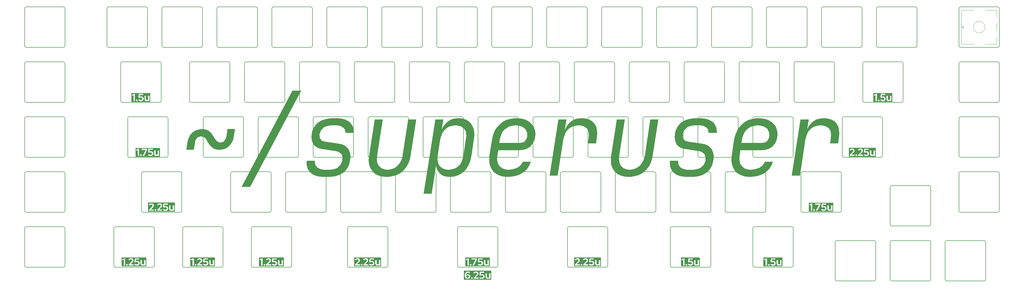
<source format=gbr>
%TF.GenerationSoftware,KiCad,Pcbnew,8.0.8*%
%TF.CreationDate,2025-02-24T19:32:54-06:00*%
%TF.ProjectId,kb,6b622e6b-6963-4616-945f-706362585858,rev?*%
%TF.SameCoordinates,Original*%
%TF.FileFunction,Legend,Top*%
%TF.FilePolarity,Positive*%
%FSLAX46Y46*%
G04 Gerber Fmt 4.6, Leading zero omitted, Abs format (unit mm)*
G04 Created by KiCad (PCBNEW 8.0.8) date 2025-02-24 19:32:54*
%MOMM*%
%LPD*%
G01*
G04 APERTURE LIST*
%ADD10C,0.400000*%
%ADD11C,0.100000*%
%ADD12C,0.150000*%
%ADD13C,0.120000*%
G04 APERTURE END LIST*
D10*
G36*
X201722104Y-91891856D02*
G01*
X192386017Y-91891856D01*
X192386017Y-89459246D01*
X192663795Y-89459246D01*
X192923303Y-89776151D01*
X193026361Y-89683331D01*
X193124122Y-89609043D01*
X193237690Y-89542746D01*
X193370059Y-89494400D01*
X193508317Y-89474289D01*
X193549786Y-89473290D01*
X193672629Y-89487176D01*
X193794227Y-89535171D01*
X193895916Y-89624906D01*
X193947745Y-89743622D01*
X193952176Y-89793859D01*
X193935506Y-89918654D01*
X193880352Y-90041751D01*
X193803337Y-90146518D01*
X193752508Y-90202965D01*
X192730351Y-91246493D01*
X192730351Y-91575000D01*
X194438830Y-91575000D01*
X194438830Y-91330757D01*
X194718488Y-91330757D01*
X194746871Y-91452454D01*
X194822671Y-91548541D01*
X194931872Y-91604998D01*
X195001810Y-91614078D01*
X195123508Y-91585696D01*
X195219595Y-91509895D01*
X195276051Y-91400695D01*
X195285132Y-91330757D01*
X195256749Y-91206756D01*
X195180949Y-91109615D01*
X195071748Y-91052866D01*
X195001810Y-91043771D01*
X194880112Y-91072235D01*
X194784025Y-91148606D01*
X194727569Y-91259355D01*
X194718488Y-91330757D01*
X194438830Y-91330757D01*
X194438830Y-91182990D01*
X193322030Y-91186653D01*
X194063917Y-90435607D01*
X194148849Y-90345691D01*
X194235781Y-90239235D01*
X194302699Y-90137040D01*
X194358631Y-90016512D01*
X194390348Y-89894196D01*
X194400362Y-89765771D01*
X194384803Y-89617884D01*
X194339549Y-89484052D01*
X194324246Y-89459246D01*
X195543418Y-89459246D01*
X195802927Y-89776151D01*
X195905984Y-89683331D01*
X196003745Y-89609043D01*
X196117313Y-89542746D01*
X196249682Y-89494400D01*
X196387940Y-89474289D01*
X196429409Y-89473290D01*
X196552252Y-89487176D01*
X196673850Y-89535171D01*
X196775539Y-89624906D01*
X196827368Y-89743622D01*
X196831800Y-89793859D01*
X196815129Y-89918654D01*
X196759976Y-90041751D01*
X196682960Y-90146518D01*
X196632131Y-90202965D01*
X195609975Y-91246493D01*
X195609975Y-91575000D01*
X197318453Y-91575000D01*
X197318453Y-91285572D01*
X197562696Y-91285572D01*
X197681496Y-91379463D01*
X197807521Y-91457816D01*
X197940394Y-91520476D01*
X198079739Y-91567292D01*
X198225176Y-91598108D01*
X198376329Y-91612771D01*
X198438307Y-91614078D01*
X198595470Y-91605356D01*
X198741723Y-91579717D01*
X198876072Y-91537956D01*
X198997524Y-91480867D01*
X199105085Y-91409244D01*
X199197764Y-91323880D01*
X199274565Y-91225570D01*
X199334497Y-91115107D01*
X199376566Y-90993286D01*
X199395978Y-90882571D01*
X199729130Y-90882571D01*
X199742735Y-91038649D01*
X199782215Y-91180023D01*
X199845565Y-91304809D01*
X199930783Y-91411128D01*
X200035865Y-91497096D01*
X200158807Y-91560832D01*
X200297606Y-91600453D01*
X200450257Y-91614078D01*
X200579234Y-91605120D01*
X200699631Y-91578527D01*
X200825837Y-91527081D01*
X200938905Y-91453783D01*
X200964999Y-91432117D01*
X200964999Y-91575000D01*
X201444326Y-91575000D01*
X201444326Y-89738293D01*
X200964999Y-89738293D01*
X200964999Y-91016905D01*
X200871457Y-91111623D01*
X200755622Y-91173874D01*
X200632216Y-91199551D01*
X200587033Y-91201308D01*
X200449386Y-91180178D01*
X200338468Y-91119576D01*
X200258920Y-91023682D01*
X200215382Y-90896676D01*
X200208457Y-90811741D01*
X200208457Y-89738293D01*
X199729130Y-89738293D01*
X199729130Y-90882571D01*
X199395978Y-90882571D01*
X199399778Y-90860901D01*
X199404287Y-90767166D01*
X199395745Y-90642854D01*
X199358767Y-90491363D01*
X199294314Y-90357654D01*
X199204320Y-90243354D01*
X199090717Y-90150085D01*
X198955435Y-90079473D01*
X198800408Y-90033141D01*
X198672341Y-90015303D01*
X198581800Y-90011845D01*
X198457916Y-90018452D01*
X198327593Y-90040934D01*
X198205356Y-90077474D01*
X198109190Y-90116870D01*
X198137278Y-89505652D01*
X199274839Y-89505652D01*
X199274839Y-89113032D01*
X197731224Y-89113032D01*
X197671384Y-90397749D01*
X198004165Y-90498499D01*
X198116698Y-90441951D01*
X198238710Y-90397565D01*
X198359554Y-90373619D01*
X198441360Y-90369050D01*
X198569741Y-90381532D01*
X198704633Y-90427148D01*
X198813644Y-90502288D01*
X198891510Y-90602821D01*
X198932965Y-90724619D01*
X198938394Y-90792201D01*
X198918752Y-90926141D01*
X198862402Y-91039143D01*
X198773208Y-91127657D01*
X198655034Y-91188132D01*
X198511744Y-91217020D01*
X198459067Y-91219016D01*
X198334963Y-91210825D01*
X198197928Y-91179440D01*
X198084132Y-91132419D01*
X197970964Y-91065528D01*
X197855815Y-90977533D01*
X197836248Y-90960729D01*
X197562696Y-91285572D01*
X197318453Y-91285572D01*
X197318453Y-91182990D01*
X196201653Y-91186653D01*
X196943541Y-90435607D01*
X197028472Y-90345691D01*
X197115404Y-90239235D01*
X197182323Y-90137040D01*
X197238254Y-90016512D01*
X197269971Y-89894196D01*
X197279985Y-89765771D01*
X197264427Y-89617884D01*
X197219172Y-89484052D01*
X197146355Y-89366019D01*
X197048107Y-89265531D01*
X196926560Y-89184334D01*
X196783848Y-89124175D01*
X196664206Y-89093912D01*
X196534757Y-89077201D01*
X196443453Y-89073953D01*
X196292698Y-89083460D01*
X196145589Y-89111907D01*
X196002199Y-89159182D01*
X195890210Y-89210483D01*
X195780681Y-89273705D01*
X195673647Y-89348792D01*
X195569144Y-89435685D01*
X195543418Y-89459246D01*
X194324246Y-89459246D01*
X194266732Y-89366019D01*
X194168484Y-89265531D01*
X194046937Y-89184334D01*
X193904225Y-89124175D01*
X193784583Y-89093912D01*
X193655134Y-89077201D01*
X193563830Y-89073953D01*
X193413074Y-89083460D01*
X193265966Y-89111907D01*
X193122576Y-89159182D01*
X193010587Y-89210483D01*
X192901057Y-89273705D01*
X192794024Y-89348792D01*
X192689521Y-89435685D01*
X192663795Y-89459246D01*
X192386017Y-89459246D01*
X192386017Y-88796175D01*
X201722104Y-88796175D01*
X201722104Y-91891856D01*
G37*
G36*
X67980094Y-91891856D02*
G01*
X59396886Y-91891856D01*
X59396886Y-89380478D01*
X59674664Y-89380478D01*
X59674664Y-89803018D01*
X60153991Y-89602128D01*
X60153991Y-91575000D01*
X60633928Y-91575000D01*
X60633928Y-91330757D01*
X60976479Y-91330757D01*
X61004861Y-91452454D01*
X61080662Y-91548541D01*
X61189862Y-91604998D01*
X61259800Y-91614078D01*
X61381498Y-91585696D01*
X61477585Y-91509895D01*
X61534042Y-91400695D01*
X61543122Y-91330757D01*
X61514740Y-91206756D01*
X61438939Y-91109615D01*
X61329739Y-91052866D01*
X61259800Y-91043771D01*
X61138103Y-91072235D01*
X61042016Y-91148606D01*
X60985559Y-91259355D01*
X60976479Y-91330757D01*
X60633928Y-91330757D01*
X60633928Y-89459246D01*
X61801409Y-89459246D01*
X62060917Y-89776151D01*
X62163975Y-89683331D01*
X62261735Y-89609043D01*
X62375303Y-89542746D01*
X62507672Y-89494400D01*
X62645930Y-89474289D01*
X62687400Y-89473290D01*
X62810243Y-89487176D01*
X62931841Y-89535171D01*
X63033530Y-89624906D01*
X63085358Y-89743622D01*
X63089790Y-89793859D01*
X63073120Y-89918654D01*
X63017966Y-90041751D01*
X62940951Y-90146518D01*
X62890121Y-90202965D01*
X61867965Y-91246493D01*
X61867965Y-91575000D01*
X63576444Y-91575000D01*
X63576444Y-91285572D01*
X63820687Y-91285572D01*
X63939486Y-91379463D01*
X64065512Y-91457816D01*
X64198385Y-91520476D01*
X64337729Y-91567292D01*
X64483166Y-91598108D01*
X64634320Y-91612771D01*
X64696297Y-91614078D01*
X64853461Y-91605356D01*
X64999714Y-91579717D01*
X65134063Y-91537956D01*
X65255514Y-91480867D01*
X65363076Y-91409244D01*
X65455754Y-91323880D01*
X65532556Y-91225570D01*
X65592487Y-91115107D01*
X65634556Y-90993286D01*
X65653969Y-90882571D01*
X65987121Y-90882571D01*
X66000726Y-91038649D01*
X66040205Y-91180023D01*
X66103556Y-91304809D01*
X66188774Y-91411128D01*
X66293855Y-91497096D01*
X66416797Y-91560832D01*
X66555596Y-91600453D01*
X66708248Y-91614078D01*
X66837224Y-91605120D01*
X66957621Y-91578527D01*
X67083827Y-91527081D01*
X67196896Y-91453783D01*
X67222990Y-91432117D01*
X67222990Y-91575000D01*
X67702316Y-91575000D01*
X67702316Y-89738293D01*
X67222990Y-89738293D01*
X67222990Y-91016905D01*
X67129448Y-91111623D01*
X67013612Y-91173874D01*
X66890206Y-91199551D01*
X66845024Y-91201308D01*
X66707377Y-91180178D01*
X66596459Y-91119576D01*
X66516911Y-91023682D01*
X66473373Y-90896676D01*
X66466447Y-90811741D01*
X66466447Y-89738293D01*
X65987121Y-89738293D01*
X65987121Y-90882571D01*
X65653969Y-90882571D01*
X65657769Y-90860901D01*
X65662278Y-90767166D01*
X65653736Y-90642854D01*
X65616757Y-90491363D01*
X65552305Y-90357654D01*
X65462311Y-90243354D01*
X65348707Y-90150085D01*
X65213426Y-90079473D01*
X65058398Y-90033141D01*
X64930332Y-90015303D01*
X64839790Y-90011845D01*
X64715906Y-90018452D01*
X64585583Y-90040934D01*
X64463347Y-90077474D01*
X64367180Y-90116870D01*
X64395268Y-89505652D01*
X65532829Y-89505652D01*
X65532829Y-89113032D01*
X63989214Y-89113032D01*
X63929375Y-90397749D01*
X64262156Y-90498499D01*
X64374689Y-90441951D01*
X64496701Y-90397565D01*
X64617545Y-90373619D01*
X64699350Y-90369050D01*
X64827732Y-90381532D01*
X64962624Y-90427148D01*
X65071635Y-90502288D01*
X65149500Y-90602821D01*
X65190956Y-90724619D01*
X65196385Y-90792201D01*
X65176743Y-90926141D01*
X65120393Y-91039143D01*
X65031199Y-91127657D01*
X64913025Y-91188132D01*
X64769735Y-91217020D01*
X64717058Y-91219016D01*
X64592954Y-91210825D01*
X64455919Y-91179440D01*
X64342122Y-91132419D01*
X64228954Y-91065528D01*
X64113806Y-90977533D01*
X64094239Y-90960729D01*
X63820687Y-91285572D01*
X63576444Y-91285572D01*
X63576444Y-91182990D01*
X62459643Y-91186653D01*
X63201531Y-90435607D01*
X63286463Y-90345691D01*
X63373394Y-90239235D01*
X63440313Y-90137040D01*
X63496244Y-90016512D01*
X63527961Y-89894196D01*
X63537976Y-89765771D01*
X63522417Y-89617884D01*
X63477163Y-89484052D01*
X63404346Y-89366019D01*
X63306098Y-89265531D01*
X63184551Y-89184334D01*
X63041838Y-89124175D01*
X62922196Y-89093912D01*
X62792747Y-89077201D01*
X62701444Y-89073953D01*
X62550688Y-89083460D01*
X62403580Y-89111907D01*
X62260189Y-89159182D01*
X62148200Y-89210483D01*
X62038671Y-89273705D01*
X61931637Y-89348792D01*
X61827135Y-89435685D01*
X61801409Y-89459246D01*
X60633928Y-89459246D01*
X60633928Y-89113032D01*
X60332899Y-89113032D01*
X59674664Y-89380478D01*
X59396886Y-89380478D01*
X59396886Y-88796175D01*
X67980094Y-88796175D01*
X67980094Y-91891856D01*
G37*
G36*
X264616343Y-91891856D02*
G01*
X258048138Y-91891856D01*
X258048138Y-89380478D01*
X258325916Y-89380478D01*
X258325916Y-89803018D01*
X258805243Y-89602128D01*
X258805243Y-91575000D01*
X259285180Y-91575000D01*
X259285180Y-91330757D01*
X259627731Y-91330757D01*
X259656113Y-91452454D01*
X259731914Y-91548541D01*
X259841114Y-91604998D01*
X259911052Y-91614078D01*
X260032750Y-91585696D01*
X260128837Y-91509895D01*
X260185294Y-91400695D01*
X260194374Y-91330757D01*
X260184032Y-91285572D01*
X260456935Y-91285572D01*
X260575735Y-91379463D01*
X260701760Y-91457816D01*
X260834633Y-91520476D01*
X260973978Y-91567292D01*
X261119415Y-91598108D01*
X261270568Y-91612771D01*
X261332546Y-91614078D01*
X261489709Y-91605356D01*
X261635962Y-91579717D01*
X261770311Y-91537956D01*
X261891763Y-91480867D01*
X261999324Y-91409244D01*
X262092003Y-91323880D01*
X262168804Y-91225570D01*
X262228736Y-91115107D01*
X262270805Y-90993286D01*
X262290217Y-90882571D01*
X262623369Y-90882571D01*
X262636974Y-91038649D01*
X262676454Y-91180023D01*
X262739804Y-91304809D01*
X262825022Y-91411128D01*
X262930104Y-91497096D01*
X263053046Y-91560832D01*
X263191844Y-91600453D01*
X263344496Y-91614078D01*
X263473473Y-91605120D01*
X263593870Y-91578527D01*
X263720076Y-91527081D01*
X263833144Y-91453783D01*
X263859238Y-91432117D01*
X263859238Y-91575000D01*
X264338565Y-91575000D01*
X264338565Y-89738293D01*
X263859238Y-89738293D01*
X263859238Y-91016905D01*
X263765696Y-91111623D01*
X263649861Y-91173874D01*
X263526455Y-91199551D01*
X263481272Y-91201308D01*
X263343625Y-91180178D01*
X263232707Y-91119576D01*
X263153159Y-91023682D01*
X263109621Y-90896676D01*
X263102696Y-90811741D01*
X263102696Y-89738293D01*
X262623369Y-89738293D01*
X262623369Y-90882571D01*
X262290217Y-90882571D01*
X262294017Y-90860901D01*
X262298526Y-90767166D01*
X262289984Y-90642854D01*
X262253006Y-90491363D01*
X262188553Y-90357654D01*
X262098559Y-90243354D01*
X261984956Y-90150085D01*
X261849674Y-90079473D01*
X261694647Y-90033141D01*
X261566580Y-90015303D01*
X261476038Y-90011845D01*
X261352155Y-90018452D01*
X261221832Y-90040934D01*
X261099595Y-90077474D01*
X261003429Y-90116870D01*
X261031516Y-89505652D01*
X262169078Y-89505652D01*
X262169078Y-89113032D01*
X260625463Y-89113032D01*
X260565623Y-90397749D01*
X260898404Y-90498499D01*
X261010937Y-90441951D01*
X261132949Y-90397565D01*
X261253793Y-90373619D01*
X261335599Y-90369050D01*
X261463980Y-90381532D01*
X261598872Y-90427148D01*
X261707883Y-90502288D01*
X261785749Y-90602821D01*
X261827204Y-90724619D01*
X261832633Y-90792201D01*
X261812991Y-90926141D01*
X261756641Y-91039143D01*
X261667447Y-91127657D01*
X261549273Y-91188132D01*
X261405983Y-91217020D01*
X261353306Y-91219016D01*
X261229202Y-91210825D01*
X261092167Y-91179440D01*
X260978371Y-91132419D01*
X260865203Y-91065528D01*
X260750054Y-90977533D01*
X260730487Y-90960729D01*
X260456935Y-91285572D01*
X260184032Y-91285572D01*
X260165992Y-91206756D01*
X260090191Y-91109615D01*
X259980991Y-91052866D01*
X259911052Y-91043771D01*
X259789355Y-91072235D01*
X259693268Y-91148606D01*
X259636811Y-91259355D01*
X259627731Y-91330757D01*
X259285180Y-91330757D01*
X259285180Y-89113032D01*
X258984151Y-89113032D01*
X258325916Y-89380478D01*
X258048138Y-89380478D01*
X258048138Y-88835254D01*
X264616343Y-88835254D01*
X264616343Y-91891856D01*
G37*
G36*
X125522104Y-91891856D02*
G01*
X116186017Y-91891856D01*
X116186017Y-89459246D01*
X116463795Y-89459246D01*
X116723303Y-89776151D01*
X116826361Y-89683331D01*
X116924122Y-89609043D01*
X117037690Y-89542746D01*
X117170059Y-89494400D01*
X117308317Y-89474289D01*
X117349786Y-89473290D01*
X117472629Y-89487176D01*
X117594227Y-89535171D01*
X117695916Y-89624906D01*
X117747745Y-89743622D01*
X117752176Y-89793859D01*
X117735506Y-89918654D01*
X117680352Y-90041751D01*
X117603337Y-90146518D01*
X117552508Y-90202965D01*
X116530351Y-91246493D01*
X116530351Y-91575000D01*
X118238830Y-91575000D01*
X118238830Y-91330757D01*
X118518488Y-91330757D01*
X118546871Y-91452454D01*
X118622671Y-91548541D01*
X118731872Y-91604998D01*
X118801810Y-91614078D01*
X118923508Y-91585696D01*
X119019595Y-91509895D01*
X119076051Y-91400695D01*
X119085132Y-91330757D01*
X119056749Y-91206756D01*
X118980949Y-91109615D01*
X118871748Y-91052866D01*
X118801810Y-91043771D01*
X118680112Y-91072235D01*
X118584025Y-91148606D01*
X118527569Y-91259355D01*
X118518488Y-91330757D01*
X118238830Y-91330757D01*
X118238830Y-91182990D01*
X117122030Y-91186653D01*
X117863917Y-90435607D01*
X117948849Y-90345691D01*
X118035781Y-90239235D01*
X118102699Y-90137040D01*
X118158631Y-90016512D01*
X118190348Y-89894196D01*
X118200362Y-89765771D01*
X118184803Y-89617884D01*
X118139549Y-89484052D01*
X118124246Y-89459246D01*
X119343418Y-89459246D01*
X119602927Y-89776151D01*
X119705984Y-89683331D01*
X119803745Y-89609043D01*
X119917313Y-89542746D01*
X120049682Y-89494400D01*
X120187940Y-89474289D01*
X120229409Y-89473290D01*
X120352252Y-89487176D01*
X120473850Y-89535171D01*
X120575539Y-89624906D01*
X120627368Y-89743622D01*
X120631800Y-89793859D01*
X120615129Y-89918654D01*
X120559976Y-90041751D01*
X120482960Y-90146518D01*
X120432131Y-90202965D01*
X119409975Y-91246493D01*
X119409975Y-91575000D01*
X121118453Y-91575000D01*
X121118453Y-91285572D01*
X121362696Y-91285572D01*
X121481496Y-91379463D01*
X121607521Y-91457816D01*
X121740394Y-91520476D01*
X121879739Y-91567292D01*
X122025176Y-91598108D01*
X122176329Y-91612771D01*
X122238307Y-91614078D01*
X122395470Y-91605356D01*
X122541723Y-91579717D01*
X122676072Y-91537956D01*
X122797524Y-91480867D01*
X122905085Y-91409244D01*
X122997764Y-91323880D01*
X123074565Y-91225570D01*
X123134497Y-91115107D01*
X123176566Y-90993286D01*
X123195978Y-90882571D01*
X123529130Y-90882571D01*
X123542735Y-91038649D01*
X123582215Y-91180023D01*
X123645565Y-91304809D01*
X123730783Y-91411128D01*
X123835865Y-91497096D01*
X123958807Y-91560832D01*
X124097606Y-91600453D01*
X124250257Y-91614078D01*
X124379234Y-91605120D01*
X124499631Y-91578527D01*
X124625837Y-91527081D01*
X124738905Y-91453783D01*
X124764999Y-91432117D01*
X124764999Y-91575000D01*
X125244326Y-91575000D01*
X125244326Y-89738293D01*
X124764999Y-89738293D01*
X124764999Y-91016905D01*
X124671457Y-91111623D01*
X124555622Y-91173874D01*
X124432216Y-91199551D01*
X124387033Y-91201308D01*
X124249386Y-91180178D01*
X124138468Y-91119576D01*
X124058920Y-91023682D01*
X124015382Y-90896676D01*
X124008457Y-90811741D01*
X124008457Y-89738293D01*
X123529130Y-89738293D01*
X123529130Y-90882571D01*
X123195978Y-90882571D01*
X123199778Y-90860901D01*
X123204287Y-90767166D01*
X123195745Y-90642854D01*
X123158767Y-90491363D01*
X123094314Y-90357654D01*
X123004320Y-90243354D01*
X122890717Y-90150085D01*
X122755435Y-90079473D01*
X122600408Y-90033141D01*
X122472341Y-90015303D01*
X122381800Y-90011845D01*
X122257916Y-90018452D01*
X122127593Y-90040934D01*
X122005356Y-90077474D01*
X121909190Y-90116870D01*
X121937278Y-89505652D01*
X123074839Y-89505652D01*
X123074839Y-89113032D01*
X121531224Y-89113032D01*
X121471384Y-90397749D01*
X121804165Y-90498499D01*
X121916698Y-90441951D01*
X122038710Y-90397565D01*
X122159554Y-90373619D01*
X122241360Y-90369050D01*
X122369741Y-90381532D01*
X122504633Y-90427148D01*
X122613644Y-90502288D01*
X122691510Y-90602821D01*
X122732965Y-90724619D01*
X122738394Y-90792201D01*
X122718752Y-90926141D01*
X122662402Y-91039143D01*
X122573208Y-91127657D01*
X122455034Y-91188132D01*
X122311744Y-91217020D01*
X122259067Y-91219016D01*
X122134963Y-91210825D01*
X121997928Y-91179440D01*
X121884132Y-91132419D01*
X121770964Y-91065528D01*
X121655815Y-90977533D01*
X121636248Y-90960729D01*
X121362696Y-91285572D01*
X121118453Y-91285572D01*
X121118453Y-91182990D01*
X120001653Y-91186653D01*
X120743541Y-90435607D01*
X120828472Y-90345691D01*
X120915404Y-90239235D01*
X120982323Y-90137040D01*
X121038254Y-90016512D01*
X121069971Y-89894196D01*
X121079985Y-89765771D01*
X121064427Y-89617884D01*
X121019172Y-89484052D01*
X120946355Y-89366019D01*
X120848107Y-89265531D01*
X120726560Y-89184334D01*
X120583848Y-89124175D01*
X120464206Y-89093912D01*
X120334757Y-89077201D01*
X120243453Y-89073953D01*
X120092698Y-89083460D01*
X119945589Y-89111907D01*
X119802199Y-89159182D01*
X119690210Y-89210483D01*
X119580681Y-89273705D01*
X119473647Y-89348792D01*
X119369144Y-89435685D01*
X119343418Y-89459246D01*
X118124246Y-89459246D01*
X118066732Y-89366019D01*
X117968484Y-89265531D01*
X117846937Y-89184334D01*
X117704225Y-89124175D01*
X117584583Y-89093912D01*
X117455134Y-89077201D01*
X117363830Y-89073953D01*
X117213074Y-89083460D01*
X117065966Y-89111907D01*
X116922576Y-89159182D01*
X116810587Y-89210483D01*
X116701057Y-89273705D01*
X116594024Y-89348792D01*
X116489521Y-89435685D01*
X116463795Y-89459246D01*
X116186017Y-89459246D01*
X116186017Y-88796175D01*
X125522104Y-88796175D01*
X125522104Y-91891856D01*
G37*
G36*
X296972104Y-53891856D02*
G01*
X287636017Y-53891856D01*
X287636017Y-51459246D01*
X287913795Y-51459246D01*
X288173303Y-51776151D01*
X288276361Y-51683331D01*
X288374122Y-51609043D01*
X288487690Y-51542746D01*
X288620059Y-51494400D01*
X288758317Y-51474289D01*
X288799786Y-51473290D01*
X288922629Y-51487176D01*
X289044227Y-51535171D01*
X289145916Y-51624906D01*
X289197745Y-51743622D01*
X289202176Y-51793859D01*
X289185506Y-51918654D01*
X289130352Y-52041751D01*
X289053337Y-52146518D01*
X289002508Y-52202965D01*
X287980351Y-53246493D01*
X287980351Y-53575000D01*
X289688830Y-53575000D01*
X289688830Y-53330757D01*
X289968488Y-53330757D01*
X289996871Y-53452454D01*
X290072671Y-53548541D01*
X290181872Y-53604998D01*
X290251810Y-53614078D01*
X290373508Y-53585696D01*
X290469595Y-53509895D01*
X290526051Y-53400695D01*
X290535132Y-53330757D01*
X290506749Y-53206756D01*
X290430949Y-53109615D01*
X290321748Y-53052866D01*
X290251810Y-53043771D01*
X290130112Y-53072235D01*
X290034025Y-53148606D01*
X289977569Y-53259355D01*
X289968488Y-53330757D01*
X289688830Y-53330757D01*
X289688830Y-53182990D01*
X288572030Y-53186653D01*
X289313917Y-52435607D01*
X289398849Y-52345691D01*
X289485781Y-52239235D01*
X289552699Y-52137040D01*
X289608631Y-52016512D01*
X289640348Y-51894196D01*
X289650362Y-51765771D01*
X289634803Y-51617884D01*
X289589549Y-51484052D01*
X289574246Y-51459246D01*
X290793418Y-51459246D01*
X291052927Y-51776151D01*
X291155984Y-51683331D01*
X291253745Y-51609043D01*
X291367313Y-51542746D01*
X291499682Y-51494400D01*
X291637940Y-51474289D01*
X291679409Y-51473290D01*
X291802252Y-51487176D01*
X291923850Y-51535171D01*
X292025539Y-51624906D01*
X292077368Y-51743622D01*
X292081800Y-51793859D01*
X292065129Y-51918654D01*
X292009976Y-52041751D01*
X291932960Y-52146518D01*
X291882131Y-52202965D01*
X290859975Y-53246493D01*
X290859975Y-53575000D01*
X292568453Y-53575000D01*
X292568453Y-53285572D01*
X292812696Y-53285572D01*
X292931496Y-53379463D01*
X293057521Y-53457816D01*
X293190394Y-53520476D01*
X293329739Y-53567292D01*
X293475176Y-53598108D01*
X293626329Y-53612771D01*
X293688307Y-53614078D01*
X293845470Y-53605356D01*
X293991723Y-53579717D01*
X294126072Y-53537956D01*
X294247524Y-53480867D01*
X294355085Y-53409244D01*
X294447764Y-53323880D01*
X294524565Y-53225570D01*
X294584497Y-53115107D01*
X294626566Y-52993286D01*
X294645978Y-52882571D01*
X294979130Y-52882571D01*
X294992735Y-53038649D01*
X295032215Y-53180023D01*
X295095565Y-53304809D01*
X295180783Y-53411128D01*
X295285865Y-53497096D01*
X295408807Y-53560832D01*
X295547606Y-53600453D01*
X295700257Y-53614078D01*
X295829234Y-53605120D01*
X295949631Y-53578527D01*
X296075837Y-53527081D01*
X296188905Y-53453783D01*
X296214999Y-53432117D01*
X296214999Y-53575000D01*
X296694326Y-53575000D01*
X296694326Y-51738293D01*
X296214999Y-51738293D01*
X296214999Y-53016905D01*
X296121457Y-53111623D01*
X296005622Y-53173874D01*
X295882216Y-53199551D01*
X295837033Y-53201308D01*
X295699386Y-53180178D01*
X295588468Y-53119576D01*
X295508920Y-53023682D01*
X295465382Y-52896676D01*
X295458457Y-52811741D01*
X295458457Y-51738293D01*
X294979130Y-51738293D01*
X294979130Y-52882571D01*
X294645978Y-52882571D01*
X294649778Y-52860901D01*
X294654287Y-52767166D01*
X294645745Y-52642854D01*
X294608767Y-52491363D01*
X294544314Y-52357654D01*
X294454320Y-52243354D01*
X294340717Y-52150085D01*
X294205435Y-52079473D01*
X294050408Y-52033141D01*
X293922341Y-52015303D01*
X293831800Y-52011845D01*
X293707916Y-52018452D01*
X293577593Y-52040934D01*
X293455356Y-52077474D01*
X293359190Y-52116870D01*
X293387278Y-51505652D01*
X294524839Y-51505652D01*
X294524839Y-51113032D01*
X292981224Y-51113032D01*
X292921384Y-52397749D01*
X293254165Y-52498499D01*
X293366698Y-52441951D01*
X293488710Y-52397565D01*
X293609554Y-52373619D01*
X293691360Y-52369050D01*
X293819741Y-52381532D01*
X293954633Y-52427148D01*
X294063644Y-52502288D01*
X294141510Y-52602821D01*
X294182965Y-52724619D01*
X294188394Y-52792201D01*
X294168752Y-52926141D01*
X294112402Y-53039143D01*
X294023208Y-53127657D01*
X293905034Y-53188132D01*
X293761744Y-53217020D01*
X293709067Y-53219016D01*
X293584963Y-53210825D01*
X293447928Y-53179440D01*
X293334132Y-53132419D01*
X293220964Y-53065528D01*
X293105815Y-52977533D01*
X293086248Y-52960729D01*
X292812696Y-53285572D01*
X292568453Y-53285572D01*
X292568453Y-53182990D01*
X291451653Y-53186653D01*
X292193541Y-52435607D01*
X292278472Y-52345691D01*
X292365404Y-52239235D01*
X292432323Y-52137040D01*
X292488254Y-52016512D01*
X292519971Y-51894196D01*
X292529985Y-51765771D01*
X292514427Y-51617884D01*
X292469172Y-51484052D01*
X292396355Y-51366019D01*
X292298107Y-51265531D01*
X292176560Y-51184334D01*
X292033848Y-51124175D01*
X291914206Y-51093912D01*
X291784757Y-51077201D01*
X291693453Y-51073953D01*
X291542698Y-51083460D01*
X291395589Y-51111907D01*
X291252199Y-51159182D01*
X291140210Y-51210483D01*
X291030681Y-51273705D01*
X290923647Y-51348792D01*
X290819144Y-51435685D01*
X290793418Y-51459246D01*
X289574246Y-51459246D01*
X289516732Y-51366019D01*
X289418484Y-51265531D01*
X289296937Y-51184334D01*
X289154225Y-51124175D01*
X289034583Y-51093912D01*
X288905134Y-51077201D01*
X288813830Y-51073953D01*
X288663074Y-51083460D01*
X288515966Y-51111907D01*
X288372576Y-51159182D01*
X288260587Y-51210483D01*
X288151057Y-51273705D01*
X288044024Y-51348792D01*
X287939521Y-51435685D01*
X287913795Y-51459246D01*
X287636017Y-51459246D01*
X287636017Y-50796175D01*
X296972104Y-50796175D01*
X296972104Y-53891856D01*
G37*
G36*
X282235197Y-72891856D02*
G01*
X273766783Y-72891856D01*
X273766783Y-70380478D01*
X274044561Y-70380478D01*
X274044561Y-70803018D01*
X274523888Y-70602128D01*
X274523888Y-72575000D01*
X275003825Y-72575000D01*
X275003825Y-72330757D01*
X275346376Y-72330757D01*
X275374758Y-72452454D01*
X275450559Y-72548541D01*
X275559759Y-72604998D01*
X275629697Y-72614078D01*
X275751395Y-72585696D01*
X275847482Y-72509895D01*
X275903939Y-72400695D01*
X275913019Y-72330757D01*
X275884637Y-72206756D01*
X275808836Y-72109615D01*
X275699636Y-72052866D01*
X275629697Y-72043771D01*
X275508000Y-72072235D01*
X275411913Y-72148606D01*
X275355456Y-72259355D01*
X275346376Y-72330757D01*
X275003825Y-72330757D01*
X275003825Y-70516032D01*
X275953319Y-70516032D01*
X277322300Y-70516032D01*
X276226261Y-72575000D01*
X276772754Y-72575000D01*
X276915716Y-72285572D01*
X278075790Y-72285572D01*
X278194589Y-72379463D01*
X278320615Y-72457816D01*
X278453488Y-72520476D01*
X278592832Y-72567292D01*
X278738269Y-72598108D01*
X278889423Y-72612771D01*
X278951400Y-72614078D01*
X279108564Y-72605356D01*
X279254817Y-72579717D01*
X279389165Y-72537956D01*
X279510617Y-72480867D01*
X279618179Y-72409244D01*
X279710857Y-72323880D01*
X279787658Y-72225570D01*
X279847590Y-72115107D01*
X279889659Y-71993286D01*
X279909072Y-71882571D01*
X280242224Y-71882571D01*
X280255829Y-72038649D01*
X280295308Y-72180023D01*
X280358659Y-72304809D01*
X280443877Y-72411128D01*
X280548958Y-72497096D01*
X280671900Y-72560832D01*
X280810699Y-72600453D01*
X280963351Y-72614078D01*
X281092327Y-72605120D01*
X281212724Y-72578527D01*
X281338930Y-72527081D01*
X281451999Y-72453783D01*
X281478092Y-72432117D01*
X281478092Y-72575000D01*
X281957419Y-72575000D01*
X281957419Y-70738293D01*
X281478092Y-70738293D01*
X281478092Y-72016905D01*
X281384551Y-72111623D01*
X281268715Y-72173874D01*
X281145309Y-72199551D01*
X281100127Y-72201308D01*
X280962479Y-72180178D01*
X280851562Y-72119576D01*
X280772014Y-72023682D01*
X280728476Y-71896676D01*
X280721550Y-71811741D01*
X280721550Y-70738293D01*
X280242224Y-70738293D01*
X280242224Y-71882571D01*
X279909072Y-71882571D01*
X279912872Y-71860901D01*
X279917381Y-71767166D01*
X279908839Y-71642854D01*
X279871860Y-71491363D01*
X279807408Y-71357654D01*
X279717414Y-71243354D01*
X279603810Y-71150085D01*
X279468528Y-71079473D01*
X279313501Y-71033141D01*
X279185435Y-71015303D01*
X279094893Y-71011845D01*
X278971009Y-71018452D01*
X278840686Y-71040934D01*
X278718450Y-71077474D01*
X278622283Y-71116870D01*
X278650371Y-70505652D01*
X279787932Y-70505652D01*
X279787932Y-70113032D01*
X278244317Y-70113032D01*
X278184478Y-71397749D01*
X278517258Y-71498499D01*
X278629791Y-71441951D01*
X278751804Y-71397565D01*
X278872648Y-71373619D01*
X278954453Y-71369050D01*
X279082835Y-71381532D01*
X279217727Y-71427148D01*
X279326738Y-71502288D01*
X279404603Y-71602821D01*
X279446059Y-71724619D01*
X279451487Y-71792201D01*
X279431845Y-71926141D01*
X279375495Y-72039143D01*
X279286301Y-72127657D01*
X279168128Y-72188132D01*
X279024838Y-72217020D01*
X278972161Y-72219016D01*
X278848057Y-72210825D01*
X278711021Y-72179440D01*
X278597225Y-72132419D01*
X278484057Y-72065528D01*
X278368909Y-71977533D01*
X278349342Y-71960729D01*
X278075790Y-72285572D01*
X276915716Y-72285572D01*
X277819335Y-70456193D01*
X277819335Y-70113032D01*
X275953319Y-70113032D01*
X275953319Y-70516032D01*
X275003825Y-70516032D01*
X275003825Y-70113032D01*
X274702796Y-70113032D01*
X274044561Y-70380478D01*
X273766783Y-70380478D01*
X273766783Y-69835254D01*
X282235197Y-69835254D01*
X282235197Y-72891856D01*
G37*
G36*
X54084604Y-72891856D02*
G01*
X44748517Y-72891856D01*
X44748517Y-70459246D01*
X45026295Y-70459246D01*
X45285803Y-70776151D01*
X45388861Y-70683331D01*
X45486622Y-70609043D01*
X45600190Y-70542746D01*
X45732559Y-70494400D01*
X45870817Y-70474289D01*
X45912286Y-70473290D01*
X46035129Y-70487176D01*
X46156727Y-70535171D01*
X46258416Y-70624906D01*
X46310245Y-70743622D01*
X46314676Y-70793859D01*
X46298006Y-70918654D01*
X46242852Y-71041751D01*
X46165837Y-71146518D01*
X46115008Y-71202965D01*
X45092851Y-72246493D01*
X45092851Y-72575000D01*
X46801330Y-72575000D01*
X46801330Y-72330757D01*
X47080988Y-72330757D01*
X47109371Y-72452454D01*
X47185171Y-72548541D01*
X47294372Y-72604998D01*
X47364310Y-72614078D01*
X47486008Y-72585696D01*
X47582095Y-72509895D01*
X47638551Y-72400695D01*
X47647632Y-72330757D01*
X47619249Y-72206756D01*
X47543449Y-72109615D01*
X47434248Y-72052866D01*
X47364310Y-72043771D01*
X47242612Y-72072235D01*
X47146525Y-72148606D01*
X47090069Y-72259355D01*
X47080988Y-72330757D01*
X46801330Y-72330757D01*
X46801330Y-72182990D01*
X45684530Y-72186653D01*
X46426417Y-71435607D01*
X46511349Y-71345691D01*
X46598281Y-71239235D01*
X46665199Y-71137040D01*
X46721131Y-71016512D01*
X46752848Y-70894196D01*
X46762862Y-70765771D01*
X46747303Y-70617884D01*
X46702049Y-70484052D01*
X46686746Y-70459246D01*
X47905918Y-70459246D01*
X48165427Y-70776151D01*
X48268484Y-70683331D01*
X48366245Y-70609043D01*
X48479813Y-70542746D01*
X48612182Y-70494400D01*
X48750440Y-70474289D01*
X48791909Y-70473290D01*
X48914752Y-70487176D01*
X49036350Y-70535171D01*
X49138039Y-70624906D01*
X49189868Y-70743622D01*
X49194300Y-70793859D01*
X49177629Y-70918654D01*
X49122476Y-71041751D01*
X49045460Y-71146518D01*
X48994631Y-71202965D01*
X47972475Y-72246493D01*
X47972475Y-72575000D01*
X49680953Y-72575000D01*
X49680953Y-72285572D01*
X49925196Y-72285572D01*
X50043996Y-72379463D01*
X50170021Y-72457816D01*
X50302894Y-72520476D01*
X50442239Y-72567292D01*
X50587676Y-72598108D01*
X50738829Y-72612771D01*
X50800807Y-72614078D01*
X50957970Y-72605356D01*
X51104223Y-72579717D01*
X51238572Y-72537956D01*
X51360024Y-72480867D01*
X51467585Y-72409244D01*
X51560264Y-72323880D01*
X51637065Y-72225570D01*
X51696997Y-72115107D01*
X51739066Y-71993286D01*
X51758478Y-71882571D01*
X52091630Y-71882571D01*
X52105235Y-72038649D01*
X52144715Y-72180023D01*
X52208065Y-72304809D01*
X52293283Y-72411128D01*
X52398365Y-72497096D01*
X52521307Y-72560832D01*
X52660106Y-72600453D01*
X52812757Y-72614078D01*
X52941734Y-72605120D01*
X53062131Y-72578527D01*
X53188337Y-72527081D01*
X53301405Y-72453783D01*
X53327499Y-72432117D01*
X53327499Y-72575000D01*
X53806826Y-72575000D01*
X53806826Y-70738293D01*
X53327499Y-70738293D01*
X53327499Y-72016905D01*
X53233957Y-72111623D01*
X53118122Y-72173874D01*
X52994716Y-72199551D01*
X52949533Y-72201308D01*
X52811886Y-72180178D01*
X52700968Y-72119576D01*
X52621420Y-72023682D01*
X52577882Y-71896676D01*
X52570957Y-71811741D01*
X52570957Y-70738293D01*
X52091630Y-70738293D01*
X52091630Y-71882571D01*
X51758478Y-71882571D01*
X51762278Y-71860901D01*
X51766787Y-71767166D01*
X51758245Y-71642854D01*
X51721267Y-71491363D01*
X51656814Y-71357654D01*
X51566820Y-71243354D01*
X51453217Y-71150085D01*
X51317935Y-71079473D01*
X51162908Y-71033141D01*
X51034841Y-71015303D01*
X50944300Y-71011845D01*
X50820416Y-71018452D01*
X50690093Y-71040934D01*
X50567856Y-71077474D01*
X50471690Y-71116870D01*
X50499778Y-70505652D01*
X51637339Y-70505652D01*
X51637339Y-70113032D01*
X50093724Y-70113032D01*
X50033884Y-71397749D01*
X50366665Y-71498499D01*
X50479198Y-71441951D01*
X50601210Y-71397565D01*
X50722054Y-71373619D01*
X50803860Y-71369050D01*
X50932241Y-71381532D01*
X51067133Y-71427148D01*
X51176144Y-71502288D01*
X51254010Y-71602821D01*
X51295465Y-71724619D01*
X51300894Y-71792201D01*
X51281252Y-71926141D01*
X51224902Y-72039143D01*
X51135708Y-72127657D01*
X51017534Y-72188132D01*
X50874244Y-72217020D01*
X50821567Y-72219016D01*
X50697463Y-72210825D01*
X50560428Y-72179440D01*
X50446632Y-72132419D01*
X50333464Y-72065528D01*
X50218315Y-71977533D01*
X50198748Y-71960729D01*
X49925196Y-72285572D01*
X49680953Y-72285572D01*
X49680953Y-72182990D01*
X48564153Y-72186653D01*
X49306041Y-71435607D01*
X49390972Y-71345691D01*
X49477904Y-71239235D01*
X49544823Y-71137040D01*
X49600754Y-71016512D01*
X49632471Y-70894196D01*
X49642485Y-70765771D01*
X49626927Y-70617884D01*
X49581672Y-70484052D01*
X49508855Y-70366019D01*
X49410607Y-70265531D01*
X49289060Y-70184334D01*
X49146348Y-70124175D01*
X49026706Y-70093912D01*
X48897257Y-70077201D01*
X48805953Y-70073953D01*
X48655198Y-70083460D01*
X48508089Y-70111907D01*
X48364699Y-70159182D01*
X48252710Y-70210483D01*
X48143181Y-70273705D01*
X48036147Y-70348792D01*
X47931644Y-70435685D01*
X47905918Y-70459246D01*
X46686746Y-70459246D01*
X46629232Y-70366019D01*
X46530984Y-70265531D01*
X46409437Y-70184334D01*
X46266725Y-70124175D01*
X46147083Y-70093912D01*
X46017634Y-70077201D01*
X45926330Y-70073953D01*
X45775574Y-70083460D01*
X45628466Y-70111907D01*
X45485076Y-70159182D01*
X45373087Y-70210483D01*
X45263557Y-70273705D01*
X45156524Y-70348792D01*
X45052021Y-70435685D01*
X45026295Y-70459246D01*
X44748517Y-70459246D01*
X44748517Y-69796175D01*
X54084604Y-69796175D01*
X54084604Y-72891856D01*
G37*
G36*
X44167594Y-91891856D02*
G01*
X35584386Y-91891856D01*
X35584386Y-89380478D01*
X35862164Y-89380478D01*
X35862164Y-89803018D01*
X36341491Y-89602128D01*
X36341491Y-91575000D01*
X36821428Y-91575000D01*
X36821428Y-91330757D01*
X37163979Y-91330757D01*
X37192361Y-91452454D01*
X37268162Y-91548541D01*
X37377362Y-91604998D01*
X37447300Y-91614078D01*
X37568998Y-91585696D01*
X37665085Y-91509895D01*
X37721542Y-91400695D01*
X37730622Y-91330757D01*
X37702240Y-91206756D01*
X37626439Y-91109615D01*
X37517239Y-91052866D01*
X37447300Y-91043771D01*
X37325603Y-91072235D01*
X37229516Y-91148606D01*
X37173059Y-91259355D01*
X37163979Y-91330757D01*
X36821428Y-91330757D01*
X36821428Y-89459246D01*
X37988909Y-89459246D01*
X38248417Y-89776151D01*
X38351475Y-89683331D01*
X38449235Y-89609043D01*
X38562803Y-89542746D01*
X38695172Y-89494400D01*
X38833430Y-89474289D01*
X38874900Y-89473290D01*
X38997743Y-89487176D01*
X39119341Y-89535171D01*
X39221030Y-89624906D01*
X39272858Y-89743622D01*
X39277290Y-89793859D01*
X39260620Y-89918654D01*
X39205466Y-90041751D01*
X39128451Y-90146518D01*
X39077621Y-90202965D01*
X38055465Y-91246493D01*
X38055465Y-91575000D01*
X39763944Y-91575000D01*
X39763944Y-91285572D01*
X40008187Y-91285572D01*
X40126986Y-91379463D01*
X40253012Y-91457816D01*
X40385885Y-91520476D01*
X40525229Y-91567292D01*
X40670666Y-91598108D01*
X40821820Y-91612771D01*
X40883797Y-91614078D01*
X41040961Y-91605356D01*
X41187214Y-91579717D01*
X41321563Y-91537956D01*
X41443014Y-91480867D01*
X41550576Y-91409244D01*
X41643254Y-91323880D01*
X41720056Y-91225570D01*
X41779987Y-91115107D01*
X41822056Y-90993286D01*
X41841469Y-90882571D01*
X42174621Y-90882571D01*
X42188226Y-91038649D01*
X42227705Y-91180023D01*
X42291056Y-91304809D01*
X42376274Y-91411128D01*
X42481355Y-91497096D01*
X42604297Y-91560832D01*
X42743096Y-91600453D01*
X42895748Y-91614078D01*
X43024724Y-91605120D01*
X43145121Y-91578527D01*
X43271327Y-91527081D01*
X43384396Y-91453783D01*
X43410490Y-91432117D01*
X43410490Y-91575000D01*
X43889816Y-91575000D01*
X43889816Y-89738293D01*
X43410490Y-89738293D01*
X43410490Y-91016905D01*
X43316948Y-91111623D01*
X43201112Y-91173874D01*
X43077706Y-91199551D01*
X43032524Y-91201308D01*
X42894877Y-91180178D01*
X42783959Y-91119576D01*
X42704411Y-91023682D01*
X42660873Y-90896676D01*
X42653947Y-90811741D01*
X42653947Y-89738293D01*
X42174621Y-89738293D01*
X42174621Y-90882571D01*
X41841469Y-90882571D01*
X41845269Y-90860901D01*
X41849778Y-90767166D01*
X41841236Y-90642854D01*
X41804257Y-90491363D01*
X41739805Y-90357654D01*
X41649811Y-90243354D01*
X41536207Y-90150085D01*
X41400926Y-90079473D01*
X41245898Y-90033141D01*
X41117832Y-90015303D01*
X41027290Y-90011845D01*
X40903406Y-90018452D01*
X40773083Y-90040934D01*
X40650847Y-90077474D01*
X40554680Y-90116870D01*
X40582768Y-89505652D01*
X41720329Y-89505652D01*
X41720329Y-89113032D01*
X40176714Y-89113032D01*
X40116875Y-90397749D01*
X40449656Y-90498499D01*
X40562189Y-90441951D01*
X40684201Y-90397565D01*
X40805045Y-90373619D01*
X40886850Y-90369050D01*
X41015232Y-90381532D01*
X41150124Y-90427148D01*
X41259135Y-90502288D01*
X41337000Y-90602821D01*
X41378456Y-90724619D01*
X41383885Y-90792201D01*
X41364243Y-90926141D01*
X41307893Y-91039143D01*
X41218699Y-91127657D01*
X41100525Y-91188132D01*
X40957235Y-91217020D01*
X40904558Y-91219016D01*
X40780454Y-91210825D01*
X40643419Y-91179440D01*
X40529622Y-91132419D01*
X40416454Y-91065528D01*
X40301306Y-90977533D01*
X40281739Y-90960729D01*
X40008187Y-91285572D01*
X39763944Y-91285572D01*
X39763944Y-91182990D01*
X38647143Y-91186653D01*
X39389031Y-90435607D01*
X39473963Y-90345691D01*
X39560894Y-90239235D01*
X39627813Y-90137040D01*
X39683744Y-90016512D01*
X39715461Y-89894196D01*
X39725476Y-89765771D01*
X39709917Y-89617884D01*
X39664663Y-89484052D01*
X39591846Y-89366019D01*
X39493598Y-89265531D01*
X39372051Y-89184334D01*
X39229338Y-89124175D01*
X39109696Y-89093912D01*
X38980247Y-89077201D01*
X38888944Y-89073953D01*
X38738188Y-89083460D01*
X38591080Y-89111907D01*
X38447689Y-89159182D01*
X38335700Y-89210483D01*
X38226171Y-89273705D01*
X38119137Y-89348792D01*
X38014635Y-89435685D01*
X37988909Y-89459246D01*
X36821428Y-89459246D01*
X36821428Y-89113032D01*
X36520399Y-89113032D01*
X35862164Y-89380478D01*
X35584386Y-89380478D01*
X35584386Y-88796175D01*
X44167594Y-88796175D01*
X44167594Y-91891856D01*
G37*
G36*
X236041343Y-91891856D02*
G01*
X229473138Y-91891856D01*
X229473138Y-89380478D01*
X229750916Y-89380478D01*
X229750916Y-89803018D01*
X230230243Y-89602128D01*
X230230243Y-91575000D01*
X230710180Y-91575000D01*
X230710180Y-91330757D01*
X231052731Y-91330757D01*
X231081113Y-91452454D01*
X231156914Y-91548541D01*
X231266114Y-91604998D01*
X231336052Y-91614078D01*
X231457750Y-91585696D01*
X231553837Y-91509895D01*
X231610294Y-91400695D01*
X231619374Y-91330757D01*
X231609032Y-91285572D01*
X231881935Y-91285572D01*
X232000735Y-91379463D01*
X232126760Y-91457816D01*
X232259633Y-91520476D01*
X232398978Y-91567292D01*
X232544415Y-91598108D01*
X232695568Y-91612771D01*
X232757546Y-91614078D01*
X232914709Y-91605356D01*
X233060962Y-91579717D01*
X233195311Y-91537956D01*
X233316763Y-91480867D01*
X233424324Y-91409244D01*
X233517003Y-91323880D01*
X233593804Y-91225570D01*
X233653736Y-91115107D01*
X233695805Y-90993286D01*
X233715217Y-90882571D01*
X234048369Y-90882571D01*
X234061974Y-91038649D01*
X234101454Y-91180023D01*
X234164804Y-91304809D01*
X234250022Y-91411128D01*
X234355104Y-91497096D01*
X234478046Y-91560832D01*
X234616844Y-91600453D01*
X234769496Y-91614078D01*
X234898473Y-91605120D01*
X235018870Y-91578527D01*
X235145076Y-91527081D01*
X235258144Y-91453783D01*
X235284238Y-91432117D01*
X235284238Y-91575000D01*
X235763565Y-91575000D01*
X235763565Y-89738293D01*
X235284238Y-89738293D01*
X235284238Y-91016905D01*
X235190696Y-91111623D01*
X235074861Y-91173874D01*
X234951455Y-91199551D01*
X234906272Y-91201308D01*
X234768625Y-91180178D01*
X234657707Y-91119576D01*
X234578159Y-91023682D01*
X234534621Y-90896676D01*
X234527696Y-90811741D01*
X234527696Y-89738293D01*
X234048369Y-89738293D01*
X234048369Y-90882571D01*
X233715217Y-90882571D01*
X233719017Y-90860901D01*
X233723526Y-90767166D01*
X233714984Y-90642854D01*
X233678006Y-90491363D01*
X233613553Y-90357654D01*
X233523559Y-90243354D01*
X233409956Y-90150085D01*
X233274674Y-90079473D01*
X233119647Y-90033141D01*
X232991580Y-90015303D01*
X232901038Y-90011845D01*
X232777155Y-90018452D01*
X232646832Y-90040934D01*
X232524595Y-90077474D01*
X232428429Y-90116870D01*
X232456516Y-89505652D01*
X233594078Y-89505652D01*
X233594078Y-89113032D01*
X232050463Y-89113032D01*
X231990623Y-90397749D01*
X232323404Y-90498499D01*
X232435937Y-90441951D01*
X232557949Y-90397565D01*
X232678793Y-90373619D01*
X232760599Y-90369050D01*
X232888980Y-90381532D01*
X233023872Y-90427148D01*
X233132883Y-90502288D01*
X233210749Y-90602821D01*
X233252204Y-90724619D01*
X233257633Y-90792201D01*
X233237991Y-90926141D01*
X233181641Y-91039143D01*
X233092447Y-91127657D01*
X232974273Y-91188132D01*
X232830983Y-91217020D01*
X232778306Y-91219016D01*
X232654202Y-91210825D01*
X232517167Y-91179440D01*
X232403371Y-91132419D01*
X232290203Y-91065528D01*
X232175054Y-90977533D01*
X232155487Y-90960729D01*
X231881935Y-91285572D01*
X231609032Y-91285572D01*
X231590992Y-91206756D01*
X231515191Y-91109615D01*
X231405991Y-91052866D01*
X231336052Y-91043771D01*
X231214355Y-91072235D01*
X231118268Y-91148606D01*
X231061811Y-91259355D01*
X231052731Y-91330757D01*
X230710180Y-91330757D01*
X230710180Y-89113032D01*
X230409151Y-89113032D01*
X229750916Y-89380478D01*
X229473138Y-89380478D01*
X229473138Y-88835254D01*
X236041343Y-88835254D01*
X236041343Y-91891856D01*
G37*
G36*
X48872697Y-53891856D02*
G01*
X40404283Y-53891856D01*
X40404283Y-51380478D01*
X40682061Y-51380478D01*
X40682061Y-51803018D01*
X41161388Y-51602128D01*
X41161388Y-53575000D01*
X41641325Y-53575000D01*
X41641325Y-53330757D01*
X41983876Y-53330757D01*
X42012258Y-53452454D01*
X42088059Y-53548541D01*
X42197259Y-53604998D01*
X42267197Y-53614078D01*
X42388895Y-53585696D01*
X42484982Y-53509895D01*
X42541439Y-53400695D01*
X42550519Y-53330757D01*
X42522137Y-53206756D01*
X42446336Y-53109615D01*
X42337136Y-53052866D01*
X42267197Y-53043771D01*
X42145500Y-53072235D01*
X42049413Y-53148606D01*
X41992956Y-53259355D01*
X41983876Y-53330757D01*
X41641325Y-53330757D01*
X41641325Y-51516032D01*
X42590819Y-51516032D01*
X43959800Y-51516032D01*
X42863761Y-53575000D01*
X43410254Y-53575000D01*
X43553216Y-53285572D01*
X44713290Y-53285572D01*
X44832089Y-53379463D01*
X44958115Y-53457816D01*
X45090988Y-53520476D01*
X45230332Y-53567292D01*
X45375769Y-53598108D01*
X45526923Y-53612771D01*
X45588900Y-53614078D01*
X45746064Y-53605356D01*
X45892317Y-53579717D01*
X46026665Y-53537956D01*
X46148117Y-53480867D01*
X46255679Y-53409244D01*
X46348357Y-53323880D01*
X46425158Y-53225570D01*
X46485090Y-53115107D01*
X46527159Y-52993286D01*
X46546572Y-52882571D01*
X46879724Y-52882571D01*
X46893329Y-53038649D01*
X46932808Y-53180023D01*
X46996159Y-53304809D01*
X47081377Y-53411128D01*
X47186458Y-53497096D01*
X47309400Y-53560832D01*
X47448199Y-53600453D01*
X47600851Y-53614078D01*
X47729827Y-53605120D01*
X47850224Y-53578527D01*
X47976430Y-53527081D01*
X48089499Y-53453783D01*
X48115592Y-53432117D01*
X48115592Y-53575000D01*
X48594919Y-53575000D01*
X48594919Y-51738293D01*
X48115592Y-51738293D01*
X48115592Y-53016905D01*
X48022051Y-53111623D01*
X47906215Y-53173874D01*
X47782809Y-53199551D01*
X47737627Y-53201308D01*
X47599979Y-53180178D01*
X47489062Y-53119576D01*
X47409514Y-53023682D01*
X47365976Y-52896676D01*
X47359050Y-52811741D01*
X47359050Y-51738293D01*
X46879724Y-51738293D01*
X46879724Y-52882571D01*
X46546572Y-52882571D01*
X46550372Y-52860901D01*
X46554881Y-52767166D01*
X46546339Y-52642854D01*
X46509360Y-52491363D01*
X46444908Y-52357654D01*
X46354914Y-52243354D01*
X46241310Y-52150085D01*
X46106028Y-52079473D01*
X45951001Y-52033141D01*
X45822935Y-52015303D01*
X45732393Y-52011845D01*
X45608509Y-52018452D01*
X45478186Y-52040934D01*
X45355950Y-52077474D01*
X45259783Y-52116870D01*
X45287871Y-51505652D01*
X46425432Y-51505652D01*
X46425432Y-51113032D01*
X44881817Y-51113032D01*
X44821978Y-52397749D01*
X45154758Y-52498499D01*
X45267291Y-52441951D01*
X45389304Y-52397565D01*
X45510148Y-52373619D01*
X45591953Y-52369050D01*
X45720335Y-52381532D01*
X45855227Y-52427148D01*
X45964238Y-52502288D01*
X46042103Y-52602821D01*
X46083559Y-52724619D01*
X46088987Y-52792201D01*
X46069345Y-52926141D01*
X46012995Y-53039143D01*
X45923801Y-53127657D01*
X45805628Y-53188132D01*
X45662338Y-53217020D01*
X45609661Y-53219016D01*
X45485557Y-53210825D01*
X45348521Y-53179440D01*
X45234725Y-53132419D01*
X45121557Y-53065528D01*
X45006409Y-52977533D01*
X44986842Y-52960729D01*
X44713290Y-53285572D01*
X43553216Y-53285572D01*
X44456835Y-51456193D01*
X44456835Y-51113032D01*
X42590819Y-51113032D01*
X42590819Y-51516032D01*
X41641325Y-51516032D01*
X41641325Y-51113032D01*
X41340296Y-51113032D01*
X40682061Y-51380478D01*
X40404283Y-51380478D01*
X40404283Y-50835254D01*
X48872697Y-50835254D01*
X48872697Y-53891856D01*
G37*
G36*
X302716343Y-34891856D02*
G01*
X296148138Y-34891856D01*
X296148138Y-32380478D01*
X296425916Y-32380478D01*
X296425916Y-32803018D01*
X296905243Y-32602128D01*
X296905243Y-34575000D01*
X297385180Y-34575000D01*
X297385180Y-34330757D01*
X297727731Y-34330757D01*
X297756113Y-34452454D01*
X297831914Y-34548541D01*
X297941114Y-34604998D01*
X298011052Y-34614078D01*
X298132750Y-34585696D01*
X298228837Y-34509895D01*
X298285294Y-34400695D01*
X298294374Y-34330757D01*
X298284032Y-34285572D01*
X298556935Y-34285572D01*
X298675735Y-34379463D01*
X298801760Y-34457816D01*
X298934633Y-34520476D01*
X299073978Y-34567292D01*
X299219415Y-34598108D01*
X299370568Y-34612771D01*
X299432546Y-34614078D01*
X299589709Y-34605356D01*
X299735962Y-34579717D01*
X299870311Y-34537956D01*
X299991763Y-34480867D01*
X300099324Y-34409244D01*
X300192003Y-34323880D01*
X300268804Y-34225570D01*
X300328736Y-34115107D01*
X300370805Y-33993286D01*
X300390217Y-33882571D01*
X300723369Y-33882571D01*
X300736974Y-34038649D01*
X300776454Y-34180023D01*
X300839804Y-34304809D01*
X300925022Y-34411128D01*
X301030104Y-34497096D01*
X301153046Y-34560832D01*
X301291844Y-34600453D01*
X301444496Y-34614078D01*
X301573473Y-34605120D01*
X301693870Y-34578527D01*
X301820076Y-34527081D01*
X301933144Y-34453783D01*
X301959238Y-34432117D01*
X301959238Y-34575000D01*
X302438565Y-34575000D01*
X302438565Y-32738293D01*
X301959238Y-32738293D01*
X301959238Y-34016905D01*
X301865696Y-34111623D01*
X301749861Y-34173874D01*
X301626455Y-34199551D01*
X301581272Y-34201308D01*
X301443625Y-34180178D01*
X301332707Y-34119576D01*
X301253159Y-34023682D01*
X301209621Y-33896676D01*
X301202696Y-33811741D01*
X301202696Y-32738293D01*
X300723369Y-32738293D01*
X300723369Y-33882571D01*
X300390217Y-33882571D01*
X300394017Y-33860901D01*
X300398526Y-33767166D01*
X300389984Y-33642854D01*
X300353006Y-33491363D01*
X300288553Y-33357654D01*
X300198559Y-33243354D01*
X300084956Y-33150085D01*
X299949674Y-33079473D01*
X299794647Y-33033141D01*
X299666580Y-33015303D01*
X299576038Y-33011845D01*
X299452155Y-33018452D01*
X299321832Y-33040934D01*
X299199595Y-33077474D01*
X299103429Y-33116870D01*
X299131516Y-32505652D01*
X300269078Y-32505652D01*
X300269078Y-32113032D01*
X298725463Y-32113032D01*
X298665623Y-33397749D01*
X298998404Y-33498499D01*
X299110937Y-33441951D01*
X299232949Y-33397565D01*
X299353793Y-33373619D01*
X299435599Y-33369050D01*
X299563980Y-33381532D01*
X299698872Y-33427148D01*
X299807883Y-33502288D01*
X299885749Y-33602821D01*
X299927204Y-33724619D01*
X299932633Y-33792201D01*
X299912991Y-33926141D01*
X299856641Y-34039143D01*
X299767447Y-34127657D01*
X299649273Y-34188132D01*
X299505983Y-34217020D01*
X299453306Y-34219016D01*
X299329202Y-34210825D01*
X299192167Y-34179440D01*
X299078371Y-34132419D01*
X298965203Y-34065528D01*
X298850054Y-33977533D01*
X298830487Y-33960729D01*
X298556935Y-34285572D01*
X298284032Y-34285572D01*
X298265992Y-34206756D01*
X298190191Y-34109615D01*
X298080991Y-34052866D01*
X298011052Y-34043771D01*
X297889355Y-34072235D01*
X297793268Y-34148606D01*
X297736811Y-34259355D01*
X297727731Y-34330757D01*
X297385180Y-34330757D01*
X297385180Y-32113032D01*
X297084151Y-32113032D01*
X296425916Y-32380478D01*
X296148138Y-32380478D01*
X296148138Y-31835254D01*
X302716343Y-31835254D01*
X302716343Y-34891856D01*
G37*
D11*
G36*
X58041486Y-51483130D02*
G01*
X58426169Y-48845307D01*
X58727179Y-47644963D01*
X59295210Y-46505030D01*
X60111444Y-45554135D01*
X61126686Y-44844948D01*
X62283345Y-44430140D01*
X63457571Y-44308496D01*
X64694695Y-44442913D01*
X65545848Y-44784770D01*
X66529199Y-45579817D01*
X66828122Y-45951029D01*
X67508186Y-46990588D01*
X67707397Y-47343213D01*
X68427710Y-48367334D01*
X68574459Y-48521685D01*
X69725072Y-48996098D01*
X69820097Y-48997959D01*
X70996363Y-48652304D01*
X71717130Y-47615339D01*
X71896162Y-46903576D01*
X72286950Y-44308496D01*
X74888136Y-44308496D01*
X74497348Y-46946319D01*
X74215061Y-48146663D01*
X73657984Y-49286596D01*
X72842603Y-50237491D01*
X71835166Y-50946678D01*
X70583088Y-51384598D01*
X69539218Y-51483130D01*
X68300371Y-51348713D01*
X67444836Y-51006856D01*
X66454489Y-50214963D01*
X66144242Y-49846703D01*
X65449295Y-48804854D01*
X65246650Y-48454518D01*
X64532293Y-47424441D01*
X64385694Y-47269941D01*
X63235797Y-46795528D01*
X63140055Y-46793667D01*
X61943015Y-47139322D01*
X61209535Y-48176287D01*
X61027355Y-48888049D01*
X60642672Y-51483130D01*
X58041486Y-51483130D01*
G37*
G36*
X77153489Y-64379152D02*
G01*
X94812247Y-30966731D01*
X97834752Y-30966731D01*
X80182100Y-64379152D01*
X77153489Y-64379152D01*
G37*
G36*
X105558932Y-60862055D02*
G01*
X104293604Y-60791346D01*
X103026403Y-60537372D01*
X101828886Y-60030866D01*
X100967166Y-59384386D01*
X100196156Y-58351720D01*
X99791271Y-57100811D01*
X99739912Y-55788393D01*
X99788695Y-55311636D01*
X102566957Y-55311636D01*
X102686025Y-56584752D01*
X103324110Y-57558671D01*
X104427782Y-58172331D01*
X105731595Y-58373688D01*
X105943614Y-58376884D01*
X107775436Y-58376884D01*
X109026226Y-58255812D01*
X110255407Y-57808519D01*
X110706350Y-57515928D01*
X111583978Y-56575957D01*
X112064474Y-55370336D01*
X112098534Y-55189515D01*
X112126012Y-53957615D01*
X111781018Y-52985223D01*
X110847934Y-52191911D01*
X110022470Y-51965509D01*
X105100977Y-51251099D01*
X103825136Y-50926809D01*
X102721320Y-50283382D01*
X102090684Y-49602460D01*
X101552586Y-48460147D01*
X101385194Y-47200311D01*
X101480076Y-46018196D01*
X101767062Y-44785533D01*
X102316179Y-43575779D01*
X103104864Y-42553430D01*
X103763747Y-41975977D01*
X104923698Y-41282336D01*
X106108848Y-40856342D01*
X107439018Y-40609714D01*
X108721877Y-40541050D01*
X110376622Y-40541050D01*
X111687519Y-40628062D01*
X112975250Y-40933962D01*
X114173805Y-41532166D01*
X114681402Y-41933234D01*
X115472329Y-42890170D01*
X115929331Y-44028380D01*
X116052406Y-45347864D01*
X116036950Y-45633514D01*
X113222051Y-45633514D01*
X112948709Y-44390356D01*
X112434368Y-43777268D01*
X111316253Y-43191246D01*
X110090078Y-43026955D01*
X109991940Y-43026221D01*
X108373831Y-43026221D01*
X107071598Y-43162266D01*
X105896847Y-43613066D01*
X105534508Y-43850541D01*
X104695609Y-44743733D01*
X104251159Y-45889158D01*
X104221702Y-46060939D01*
X104245435Y-47312922D01*
X104971294Y-48302105D01*
X106157327Y-48698761D01*
X110834577Y-49376535D01*
X112038320Y-49647391D01*
X113234073Y-50229000D01*
X114126787Y-51086229D01*
X114192917Y-51177826D01*
X114734121Y-52309888D01*
X114926844Y-53540643D01*
X114856594Y-54812489D01*
X114809630Y-55116242D01*
X114507379Y-56427139D01*
X114021947Y-57575462D01*
X113256875Y-58672999D01*
X112501535Y-59384386D01*
X111336432Y-60098689D01*
X110120751Y-60537372D01*
X108918034Y-60769701D01*
X107585587Y-60860612D01*
X107384647Y-60862055D01*
X105558932Y-60862055D01*
G37*
G36*
X127345394Y-60862055D02*
G01*
X125981683Y-60766803D01*
X124781011Y-60481046D01*
X123608455Y-59921195D01*
X122648847Y-59112523D01*
X122442219Y-58871476D01*
X121775130Y-57784595D01*
X121373656Y-56520638D01*
X121240253Y-55269419D01*
X121310210Y-53882625D01*
X121367550Y-53461497D01*
X123303175Y-40931839D01*
X126081437Y-40931839D01*
X124145813Y-53461497D01*
X124052433Y-54683057D01*
X124216414Y-55958307D01*
X124744208Y-57076291D01*
X125702569Y-57918374D01*
X126914576Y-58314649D01*
X127766713Y-58376884D01*
X128996872Y-58249873D01*
X130194395Y-57816765D01*
X131228855Y-57076291D01*
X132067653Y-56062361D01*
X132624832Y-54932738D01*
X132959068Y-53746813D01*
X133011828Y-53461497D01*
X134941346Y-40931839D01*
X137719609Y-40931839D01*
X135790090Y-53461497D01*
X135521900Y-54727099D01*
X135063587Y-56063095D01*
X134448663Y-57247738D01*
X133677127Y-58281030D01*
X133030146Y-58926430D01*
X132006789Y-59680644D01*
X130860130Y-60249611D01*
X129590168Y-60633334D01*
X128196905Y-60831811D01*
X127345394Y-60862055D01*
G37*
G36*
X153849559Y-40664698D02*
G01*
X155141530Y-41099398D01*
X156211321Y-41847082D01*
X156801081Y-42519417D01*
X157401003Y-43589888D01*
X157753628Y-44822933D01*
X157858958Y-46218551D01*
X157748262Y-47573080D01*
X157716992Y-47776745D01*
X156837718Y-53589724D01*
X156589277Y-54831427D01*
X156169198Y-56142795D01*
X155608871Y-57306318D01*
X154908295Y-58321995D01*
X154322016Y-58956961D01*
X153264903Y-59790440D01*
X152078035Y-60385782D01*
X150761414Y-60742987D01*
X149502931Y-60860195D01*
X149315038Y-60862055D01*
X148078678Y-60755914D01*
X146817011Y-60348334D01*
X145950593Y-59775174D01*
X145131998Y-58772163D01*
X144700375Y-57529309D01*
X144631681Y-56874791D01*
X144601151Y-56874791D01*
X144002756Y-60959752D01*
X143050209Y-66723883D01*
X140271947Y-66723883D01*
X142174666Y-54692317D01*
X145088402Y-54692317D01*
X145247727Y-55965272D01*
X145791835Y-57082397D01*
X146774924Y-57920527D01*
X148000814Y-58314941D01*
X148857083Y-58376884D01*
X150085452Y-58264184D01*
X151276876Y-57879877D01*
X152300907Y-57222837D01*
X153128554Y-56271417D01*
X153678100Y-55132253D01*
X154007506Y-53883698D01*
X154059455Y-53577512D01*
X154938730Y-47788957D01*
X155047941Y-46511100D01*
X154881008Y-45228700D01*
X154322016Y-44180269D01*
X153331020Y-43433068D01*
X152101410Y-43081444D01*
X151244557Y-43026221D01*
X150017022Y-43153232D01*
X148819629Y-43586340D01*
X147782414Y-44326814D01*
X146948667Y-45336546D01*
X146404845Y-46462353D01*
X146089768Y-47644844D01*
X146042184Y-47929396D01*
X145199546Y-53473709D01*
X145088402Y-54692317D01*
X142174666Y-54692317D01*
X144350802Y-40931839D01*
X147129065Y-40931839D01*
X146567306Y-44650436D01*
X147033729Y-43511868D01*
X147760298Y-42459173D01*
X148710537Y-41615719D01*
X149859784Y-41003871D01*
X151048560Y-40668037D01*
X152374484Y-40542100D01*
X152514619Y-40541050D01*
X153849559Y-40664698D01*
G37*
G36*
X173841146Y-40622743D02*
G01*
X175122235Y-40901314D01*
X176248918Y-41377582D01*
X177284183Y-42089702D01*
X178147972Y-43062714D01*
X178502058Y-43673465D01*
X178926162Y-44921590D01*
X179022476Y-46175672D01*
X178947801Y-46952425D01*
X178662617Y-48164325D01*
X178144078Y-49300150D01*
X177328500Y-50293352D01*
X177152617Y-50445098D01*
X176057286Y-51116044D01*
X174879960Y-51484316D01*
X173529707Y-51622419D01*
X173385171Y-51623569D01*
X166180007Y-51623569D01*
X165862491Y-53595830D01*
X165777101Y-54889912D01*
X165997230Y-56102653D01*
X166546371Y-57094609D01*
X167485466Y-57875995D01*
X168745701Y-58296742D01*
X169764270Y-58376884D01*
X171043683Y-58272127D01*
X172278553Y-57922208D01*
X172878367Y-57631943D01*
X173867622Y-56877271D01*
X174561800Y-55840432D01*
X174655233Y-55604728D01*
X177433496Y-55604728D01*
X176978212Y-56786253D01*
X176260743Y-57947599D01*
X175325923Y-58931201D01*
X174581961Y-59488189D01*
X173464550Y-60089255D01*
X172218911Y-60518589D01*
X170845045Y-60776188D01*
X169537726Y-60860713D01*
X169342951Y-60862055D01*
X167946307Y-60763297D01*
X166710949Y-60467021D01*
X165496604Y-59886562D01*
X164492918Y-59048123D01*
X164274912Y-58798203D01*
X163572714Y-57672014D01*
X163151395Y-56363407D01*
X163013150Y-55068735D01*
X163065815Y-53847855D01*
X163151395Y-53198936D01*
X163781821Y-49138398D01*
X166528053Y-49138398D01*
X173739323Y-49138398D01*
X174941426Y-48860811D01*
X175320795Y-48601064D01*
X175977508Y-47556306D01*
X176132903Y-46879152D01*
X176137399Y-45619477D01*
X175641853Y-44474779D01*
X175339113Y-44119208D01*
X174301684Y-43411542D01*
X173052467Y-43078522D01*
X172194487Y-43026221D01*
X170865581Y-43152040D01*
X169695291Y-43529495D01*
X168591171Y-44235337D01*
X168500314Y-44314602D01*
X167638034Y-45319546D01*
X167077039Y-46447261D01*
X166753643Y-47636567D01*
X166705129Y-47923290D01*
X166528053Y-49138398D01*
X163781821Y-49138398D01*
X163926866Y-48204170D01*
X164197418Y-46886832D01*
X164587753Y-45687132D01*
X165194538Y-44436163D01*
X165964362Y-43345311D01*
X166753977Y-42537735D01*
X167807346Y-41759730D01*
X168979926Y-41172814D01*
X170271718Y-40776987D01*
X171682722Y-40572248D01*
X172542533Y-40541050D01*
X173841146Y-40622743D01*
G37*
G36*
X183954780Y-60471267D02*
G01*
X187020028Y-40931839D01*
X189828820Y-40931839D01*
X189230425Y-44619906D01*
X189267062Y-44619906D01*
X189788129Y-43413068D01*
X190528538Y-42395268D01*
X191391975Y-41634037D01*
X192522134Y-41011760D01*
X193805256Y-40647787D01*
X195104466Y-40541050D01*
X196361947Y-40628998D01*
X197594419Y-40944892D01*
X198720023Y-41574884D01*
X199488625Y-42378978D01*
X200084164Y-43532596D01*
X200367810Y-44759153D01*
X200426288Y-45987666D01*
X200307703Y-47361102D01*
X200276308Y-47569138D01*
X200032065Y-49278838D01*
X197253803Y-49278838D01*
X197498046Y-47575244D01*
X197595689Y-46264735D01*
X197391327Y-44985322D01*
X196709575Y-43896933D01*
X195550394Y-43243899D01*
X194176814Y-43030664D01*
X193913782Y-43026221D01*
X192649754Y-43151443D01*
X191442523Y-43578451D01*
X190427215Y-44308496D01*
X189620427Y-45312128D01*
X189082329Y-46443659D01*
X188757109Y-47640479D01*
X188705303Y-47929396D01*
X186769679Y-60471267D01*
X183954780Y-60471267D01*
G37*
G36*
X211267236Y-60862055D02*
G01*
X209903525Y-60766803D01*
X208702853Y-60481046D01*
X207530297Y-59921195D01*
X206570690Y-59112523D01*
X206364061Y-58871476D01*
X205696973Y-57784595D01*
X205295499Y-56520638D01*
X205162095Y-55269419D01*
X205232053Y-53882625D01*
X205289393Y-53461497D01*
X207225017Y-40931839D01*
X210003279Y-40931839D01*
X208067655Y-53461497D01*
X207974275Y-54683057D01*
X208138256Y-55958307D01*
X208666050Y-57076291D01*
X209624411Y-57918374D01*
X210836418Y-58314649D01*
X211688555Y-58376884D01*
X212918714Y-58249873D01*
X214116237Y-57816765D01*
X215150697Y-57076291D01*
X215989495Y-56062361D01*
X216546674Y-54932738D01*
X216880910Y-53746813D01*
X216933670Y-53461497D01*
X218863189Y-40931839D01*
X221641451Y-40931839D01*
X219711933Y-53461497D01*
X219443743Y-54727099D01*
X218985429Y-56063095D01*
X218370505Y-57247738D01*
X217598970Y-58281030D01*
X216951988Y-58926430D01*
X215928631Y-59680644D01*
X214781972Y-60249611D01*
X213512010Y-60633334D01*
X212118747Y-60831811D01*
X211267236Y-60862055D01*
G37*
G36*
X231441695Y-60862055D02*
G01*
X230176367Y-60791346D01*
X228909167Y-60537372D01*
X227711649Y-60030866D01*
X226849930Y-59384386D01*
X226078919Y-58351720D01*
X225674034Y-57100811D01*
X225622675Y-55788393D01*
X225671458Y-55311636D01*
X228449721Y-55311636D01*
X228568789Y-56584752D01*
X229206873Y-57558671D01*
X230310546Y-58172331D01*
X231614359Y-58373688D01*
X231826378Y-58376884D01*
X233658199Y-58376884D01*
X234908990Y-58255812D01*
X236138170Y-57808519D01*
X236589113Y-57515928D01*
X237466742Y-56575957D01*
X237947237Y-55370336D01*
X237981298Y-55189515D01*
X238008775Y-53957615D01*
X237663782Y-52985223D01*
X236730698Y-52191911D01*
X235905233Y-51965509D01*
X230983740Y-51251099D01*
X229707899Y-50926809D01*
X228604084Y-50283382D01*
X227973447Y-49602460D01*
X227435349Y-48460147D01*
X227267957Y-47200311D01*
X227362840Y-46018196D01*
X227649825Y-44785533D01*
X228198942Y-43575779D01*
X228987627Y-42553430D01*
X229646510Y-41975977D01*
X230806461Y-41282336D01*
X231991612Y-40856342D01*
X233321781Y-40609714D01*
X234604640Y-40541050D01*
X236259386Y-40541050D01*
X237570283Y-40628062D01*
X238858014Y-40933962D01*
X240056569Y-41532166D01*
X240564166Y-41933234D01*
X241355093Y-42890170D01*
X241812094Y-44028380D01*
X241935170Y-45347864D01*
X241919714Y-45633514D01*
X239104815Y-45633514D01*
X238831473Y-44390356D01*
X238317132Y-43777268D01*
X237199017Y-43191246D01*
X235972841Y-43026955D01*
X235874703Y-43026221D01*
X234256594Y-43026221D01*
X232954361Y-43162266D01*
X231779610Y-43613066D01*
X231417271Y-43850541D01*
X230578372Y-44743733D01*
X230133923Y-45889158D01*
X230104466Y-46060939D01*
X230128198Y-47312922D01*
X230854058Y-48302105D01*
X232040090Y-48698761D01*
X236717341Y-49376535D01*
X237921084Y-49647391D01*
X239116836Y-50229000D01*
X240009551Y-51086229D01*
X240075680Y-51177826D01*
X240616884Y-52309888D01*
X240809607Y-53540643D01*
X240739358Y-54812489D01*
X240692393Y-55116242D01*
X240390143Y-56427139D01*
X239904710Y-57575462D01*
X239139638Y-58672999D01*
X238384298Y-59384386D01*
X237219196Y-60098689D01*
X236003515Y-60537372D01*
X234800798Y-60769701D01*
X233468351Y-60860612D01*
X233267411Y-60862055D01*
X231441695Y-60862055D01*
G37*
G36*
X257762989Y-40622743D02*
G01*
X259044077Y-40901314D01*
X260170760Y-41377582D01*
X261206026Y-42089702D01*
X262069814Y-43062714D01*
X262423901Y-43673465D01*
X262848004Y-44921590D01*
X262944318Y-46175672D01*
X262869644Y-46952425D01*
X262584459Y-48164325D01*
X262065920Y-49300150D01*
X261250342Y-50293352D01*
X261074459Y-50445098D01*
X259979129Y-51116044D01*
X258801802Y-51484316D01*
X257451549Y-51622419D01*
X257307013Y-51623569D01*
X250101849Y-51623569D01*
X249784333Y-53595830D01*
X249698944Y-54889912D01*
X249919072Y-56102653D01*
X250468213Y-57094609D01*
X251407308Y-57875995D01*
X252667544Y-58296742D01*
X253686113Y-58376884D01*
X254965525Y-58272127D01*
X256200395Y-57922208D01*
X256800209Y-57631943D01*
X257789464Y-56877271D01*
X258483642Y-55840432D01*
X258577076Y-55604728D01*
X261355338Y-55604728D01*
X260900054Y-56786253D01*
X260182585Y-57947599D01*
X259247766Y-58931201D01*
X258503803Y-59488189D01*
X257386392Y-60089255D01*
X256140753Y-60518589D01*
X254766887Y-60776188D01*
X253459568Y-60860713D01*
X253264794Y-60862055D01*
X251868149Y-60763297D01*
X250632791Y-60467021D01*
X249418446Y-59886562D01*
X248414761Y-59048123D01*
X248196755Y-58798203D01*
X247494557Y-57672014D01*
X247073238Y-56363407D01*
X246934992Y-55068735D01*
X246987657Y-53847855D01*
X247073238Y-53198936D01*
X247703664Y-49138398D01*
X250449895Y-49138398D01*
X257661165Y-49138398D01*
X258863268Y-48860811D01*
X259242637Y-48601064D01*
X259899350Y-47556306D01*
X260054745Y-46879152D01*
X260059241Y-45619477D01*
X259563695Y-44474779D01*
X259260956Y-44119208D01*
X258223526Y-43411542D01*
X256974310Y-43078522D01*
X256116329Y-43026221D01*
X254787424Y-43152040D01*
X253617133Y-43529495D01*
X252513014Y-44235337D01*
X252422156Y-44314602D01*
X251559876Y-45319546D01*
X250998881Y-46447261D01*
X250675486Y-47636567D01*
X250626971Y-47923290D01*
X250449895Y-49138398D01*
X247703664Y-49138398D01*
X247848709Y-48204170D01*
X248119260Y-46886832D01*
X248509595Y-45687132D01*
X249116380Y-44436163D01*
X249886204Y-43345311D01*
X250675820Y-42537735D01*
X251729188Y-41759730D01*
X252901769Y-41172814D01*
X254193561Y-40776987D01*
X255604564Y-40572248D01*
X256464375Y-40541050D01*
X257762989Y-40622743D01*
G37*
G36*
X267876622Y-60471267D02*
G01*
X270941870Y-40931839D01*
X273750663Y-40931839D01*
X273152268Y-44619906D01*
X273188904Y-44619906D01*
X273709971Y-43413068D01*
X274450380Y-42395268D01*
X275313817Y-41634037D01*
X276443977Y-41011760D01*
X277727098Y-40647787D01*
X279026308Y-40541050D01*
X280283789Y-40628998D01*
X281516261Y-40944892D01*
X282641865Y-41574884D01*
X283410467Y-42378978D01*
X284006006Y-43532596D01*
X284289652Y-44759153D01*
X284348131Y-45987666D01*
X284229545Y-47361102D01*
X284198150Y-47569138D01*
X283953908Y-49278838D01*
X281175645Y-49278838D01*
X281419888Y-47575244D01*
X281517531Y-46264735D01*
X281313169Y-44985322D01*
X280631418Y-43896933D01*
X279472236Y-43243899D01*
X278098656Y-43030664D01*
X277835624Y-43026221D01*
X276571596Y-43151443D01*
X275364365Y-43578451D01*
X274349058Y-44308496D01*
X273542269Y-45312128D01*
X273004172Y-46443659D01*
X272678952Y-47640479D01*
X272627145Y-47929396D01*
X270691521Y-60471267D01*
X267876622Y-60471267D01*
G37*
D10*
G36*
X163172697Y-91891856D02*
G01*
X154704283Y-91891856D01*
X154704283Y-89380478D01*
X154982061Y-89380478D01*
X154982061Y-89803018D01*
X155461388Y-89602128D01*
X155461388Y-91575000D01*
X155941325Y-91575000D01*
X155941325Y-91330757D01*
X156283876Y-91330757D01*
X156312258Y-91452454D01*
X156388059Y-91548541D01*
X156497259Y-91604998D01*
X156567197Y-91614078D01*
X156688895Y-91585696D01*
X156784982Y-91509895D01*
X156841439Y-91400695D01*
X156850519Y-91330757D01*
X156822137Y-91206756D01*
X156746336Y-91109615D01*
X156637136Y-91052866D01*
X156567197Y-91043771D01*
X156445500Y-91072235D01*
X156349413Y-91148606D01*
X156292956Y-91259355D01*
X156283876Y-91330757D01*
X155941325Y-91330757D01*
X155941325Y-89516032D01*
X156890819Y-89516032D01*
X158259800Y-89516032D01*
X157163761Y-91575000D01*
X157710254Y-91575000D01*
X157853216Y-91285572D01*
X159013290Y-91285572D01*
X159132089Y-91379463D01*
X159258115Y-91457816D01*
X159390988Y-91520476D01*
X159530332Y-91567292D01*
X159675769Y-91598108D01*
X159826923Y-91612771D01*
X159888900Y-91614078D01*
X160046064Y-91605356D01*
X160192317Y-91579717D01*
X160326665Y-91537956D01*
X160448117Y-91480867D01*
X160555679Y-91409244D01*
X160648357Y-91323880D01*
X160725158Y-91225570D01*
X160785090Y-91115107D01*
X160827159Y-90993286D01*
X160846572Y-90882571D01*
X161179724Y-90882571D01*
X161193329Y-91038649D01*
X161232808Y-91180023D01*
X161296159Y-91304809D01*
X161381377Y-91411128D01*
X161486458Y-91497096D01*
X161609400Y-91560832D01*
X161748199Y-91600453D01*
X161900851Y-91614078D01*
X162029827Y-91605120D01*
X162150224Y-91578527D01*
X162276430Y-91527081D01*
X162389499Y-91453783D01*
X162415592Y-91432117D01*
X162415592Y-91575000D01*
X162894919Y-91575000D01*
X162894919Y-89738293D01*
X162415592Y-89738293D01*
X162415592Y-91016905D01*
X162322051Y-91111623D01*
X162206215Y-91173874D01*
X162082809Y-91199551D01*
X162037627Y-91201308D01*
X161899979Y-91180178D01*
X161789062Y-91119576D01*
X161709514Y-91023682D01*
X161665976Y-90896676D01*
X161659050Y-90811741D01*
X161659050Y-89738293D01*
X161179724Y-89738293D01*
X161179724Y-90882571D01*
X160846572Y-90882571D01*
X160850372Y-90860901D01*
X160854881Y-90767166D01*
X160846339Y-90642854D01*
X160809360Y-90491363D01*
X160744908Y-90357654D01*
X160654914Y-90243354D01*
X160541310Y-90150085D01*
X160406028Y-90079473D01*
X160251001Y-90033141D01*
X160122935Y-90015303D01*
X160032393Y-90011845D01*
X159908509Y-90018452D01*
X159778186Y-90040934D01*
X159655950Y-90077474D01*
X159559783Y-90116870D01*
X159587871Y-89505652D01*
X160725432Y-89505652D01*
X160725432Y-89113032D01*
X159181817Y-89113032D01*
X159121978Y-90397749D01*
X159454758Y-90498499D01*
X159567291Y-90441951D01*
X159689304Y-90397565D01*
X159810148Y-90373619D01*
X159891953Y-90369050D01*
X160020335Y-90381532D01*
X160155227Y-90427148D01*
X160264238Y-90502288D01*
X160342103Y-90602821D01*
X160383559Y-90724619D01*
X160388987Y-90792201D01*
X160369345Y-90926141D01*
X160312995Y-91039143D01*
X160223801Y-91127657D01*
X160105628Y-91188132D01*
X159962338Y-91217020D01*
X159909661Y-91219016D01*
X159785557Y-91210825D01*
X159648521Y-91179440D01*
X159534725Y-91132419D01*
X159421557Y-91065528D01*
X159306409Y-90977533D01*
X159286842Y-90960729D01*
X159013290Y-91285572D01*
X157853216Y-91285572D01*
X158756835Y-89456193D01*
X158756835Y-89113032D01*
X156890819Y-89113032D01*
X156890819Y-89516032D01*
X155941325Y-89516032D01*
X155941325Y-89113032D01*
X155640296Y-89113032D01*
X154982061Y-89380478D01*
X154704283Y-89380478D01*
X154704283Y-88835254D01*
X163172697Y-88835254D01*
X163172697Y-91891856D01*
G37*
G36*
X155680987Y-95019639D02*
G01*
X155799569Y-95068096D01*
X155905411Y-95159258D01*
X155970405Y-95281904D01*
X155988952Y-95407466D01*
X155969158Y-95533649D01*
X155900832Y-95658100D01*
X155809517Y-95740264D01*
X155693530Y-95795191D01*
X155558133Y-95818509D01*
X155534050Y-95819016D01*
X155410052Y-95803496D01*
X155277646Y-95745969D01*
X155182722Y-95668119D01*
X155103406Y-95565360D01*
X155041193Y-95439828D01*
X154997580Y-95293663D01*
X154991220Y-95262142D01*
X155090958Y-95164775D01*
X155204233Y-95088632D01*
X155328629Y-95035476D01*
X155461730Y-95007073D01*
X155540767Y-95002634D01*
X155680987Y-95019639D01*
G37*
G36*
X163719801Y-96491856D02*
G01*
X154234116Y-96491856D01*
X154234116Y-94992254D01*
X154511894Y-94992254D01*
X154516764Y-95125819D01*
X154531161Y-95253549D01*
X154532830Y-95262142D01*
X154554768Y-95375059D01*
X154606749Y-95544822D01*
X154677659Y-95698431D01*
X154766425Y-95834593D01*
X154871970Y-95952010D01*
X154993221Y-96049390D01*
X155129103Y-96125435D01*
X155278541Y-96178853D01*
X155440461Y-96208346D01*
X155554811Y-96214078D01*
X155693918Y-96205132D01*
X155824997Y-96179021D01*
X155946812Y-96136838D01*
X156058129Y-96079676D01*
X156157713Y-96008627D01*
X156234188Y-95930757D01*
X156716186Y-95930757D01*
X156744568Y-96052454D01*
X156820369Y-96148541D01*
X156929569Y-96204998D01*
X156999507Y-96214078D01*
X157121205Y-96185696D01*
X157217292Y-96109895D01*
X157273748Y-96000695D01*
X157282829Y-95930757D01*
X157254447Y-95806756D01*
X157178646Y-95709615D01*
X157069446Y-95652866D01*
X156999507Y-95643771D01*
X156877809Y-95672235D01*
X156781723Y-95748606D01*
X156725266Y-95859355D01*
X156716186Y-95930757D01*
X156234188Y-95930757D01*
X156270106Y-95894184D01*
X156356520Y-95759588D01*
X156414027Y-95607428D01*
X156436426Y-95483340D01*
X156440802Y-95396475D01*
X156425119Y-95236972D01*
X156379684Y-95091887D01*
X156306914Y-94963332D01*
X156209229Y-94853417D01*
X156089047Y-94764253D01*
X155948786Y-94697950D01*
X155790865Y-94656621D01*
X155662290Y-94643282D01*
X155617703Y-94642376D01*
X155478031Y-94655799D01*
X155343703Y-94695151D01*
X155217232Y-94759056D01*
X155101130Y-94846137D01*
X155014110Y-94935415D01*
X154966796Y-94995917D01*
X154973128Y-94839800D01*
X154991948Y-94697006D01*
X155022995Y-94567980D01*
X155066004Y-94453165D01*
X155141506Y-94322952D01*
X155237187Y-94219844D01*
X155352423Y-94144893D01*
X155486593Y-94099151D01*
X155639075Y-94083670D01*
X155771996Y-94093526D01*
X155893698Y-94123131D01*
X156006240Y-94172542D01*
X156111685Y-94241817D01*
X156255037Y-94059246D01*
X157541116Y-94059246D01*
X157800624Y-94376151D01*
X157903681Y-94283331D01*
X158001442Y-94209043D01*
X158115010Y-94142746D01*
X158247379Y-94094400D01*
X158385637Y-94074289D01*
X158427107Y-94073290D01*
X158549950Y-94087176D01*
X158671548Y-94135171D01*
X158773236Y-94224906D01*
X158825065Y-94343622D01*
X158829497Y-94393859D01*
X158812827Y-94518654D01*
X158757673Y-94641751D01*
X158680658Y-94746518D01*
X158629828Y-94802965D01*
X157607672Y-95846493D01*
X157607672Y-96175000D01*
X159316151Y-96175000D01*
X159316151Y-95885572D01*
X159560394Y-95885572D01*
X159679193Y-95979463D01*
X159805218Y-96057816D01*
X159938092Y-96120476D01*
X160077436Y-96167292D01*
X160222873Y-96198108D01*
X160374027Y-96212771D01*
X160436004Y-96214078D01*
X160593168Y-96205356D01*
X160739421Y-96179717D01*
X160873769Y-96137956D01*
X160995221Y-96080867D01*
X161102783Y-96009244D01*
X161195461Y-95923880D01*
X161272262Y-95825570D01*
X161332194Y-95715107D01*
X161374263Y-95593286D01*
X161393676Y-95482571D01*
X161726828Y-95482571D01*
X161740433Y-95638649D01*
X161779912Y-95780023D01*
X161843263Y-95904809D01*
X161928481Y-96011128D01*
X162033562Y-96097096D01*
X162156504Y-96160832D01*
X162295303Y-96200453D01*
X162447955Y-96214078D01*
X162576931Y-96205120D01*
X162697328Y-96178527D01*
X162823534Y-96127081D01*
X162936603Y-96053783D01*
X162962696Y-96032117D01*
X162962696Y-96175000D01*
X163442023Y-96175000D01*
X163442023Y-94338293D01*
X162962696Y-94338293D01*
X162962696Y-95616905D01*
X162869155Y-95711623D01*
X162753319Y-95773874D01*
X162629913Y-95799551D01*
X162584731Y-95801308D01*
X162447083Y-95780178D01*
X162336166Y-95719576D01*
X162256618Y-95623682D01*
X162213080Y-95496676D01*
X162206154Y-95411741D01*
X162206154Y-94338293D01*
X161726828Y-94338293D01*
X161726828Y-95482571D01*
X161393676Y-95482571D01*
X161397476Y-95460901D01*
X161401985Y-95367166D01*
X161393443Y-95242854D01*
X161356464Y-95091363D01*
X161292012Y-94957654D01*
X161202018Y-94843354D01*
X161088414Y-94750085D01*
X160953132Y-94679473D01*
X160798105Y-94633141D01*
X160670039Y-94615303D01*
X160579497Y-94611845D01*
X160455613Y-94618452D01*
X160325290Y-94640934D01*
X160203053Y-94677474D01*
X160106887Y-94716870D01*
X160134975Y-94105652D01*
X161272536Y-94105652D01*
X161272536Y-93713032D01*
X159728921Y-93713032D01*
X159669082Y-94997749D01*
X160001862Y-95098499D01*
X160114395Y-95041951D01*
X160236408Y-94997565D01*
X160357252Y-94973619D01*
X160439057Y-94969050D01*
X160567439Y-94981532D01*
X160702331Y-95027148D01*
X160811342Y-95102288D01*
X160889207Y-95202821D01*
X160930663Y-95324619D01*
X160936091Y-95392201D01*
X160916449Y-95526141D01*
X160860099Y-95639143D01*
X160770905Y-95727657D01*
X160652731Y-95788132D01*
X160509442Y-95817020D01*
X160456765Y-95819016D01*
X160332661Y-95810825D01*
X160195625Y-95779440D01*
X160081829Y-95732419D01*
X159968661Y-95665528D01*
X159853513Y-95577533D01*
X159833945Y-95560729D01*
X159560394Y-95885572D01*
X159316151Y-95885572D01*
X159316151Y-95782990D01*
X158199350Y-95786653D01*
X158941238Y-95035607D01*
X159026170Y-94945691D01*
X159113101Y-94839235D01*
X159180020Y-94737040D01*
X159235951Y-94616512D01*
X159267668Y-94494196D01*
X159277682Y-94365771D01*
X159262124Y-94217884D01*
X159216870Y-94084052D01*
X159144052Y-93966019D01*
X159045804Y-93865531D01*
X158924258Y-93784334D01*
X158781545Y-93724175D01*
X158661903Y-93693912D01*
X158532454Y-93677201D01*
X158441151Y-93673953D01*
X158290395Y-93683460D01*
X158143287Y-93711907D01*
X157999896Y-93759182D01*
X157887907Y-93810483D01*
X157778378Y-93873705D01*
X157671344Y-93948792D01*
X157566842Y-94035685D01*
X157541116Y-94059246D01*
X156255037Y-94059246D01*
X156370582Y-93912090D01*
X156265543Y-93835695D01*
X156142842Y-93772342D01*
X156007744Y-93723478D01*
X155865514Y-93690554D01*
X155721417Y-93675017D01*
X155673879Y-93673953D01*
X155545513Y-93680050D01*
X155423044Y-93698091D01*
X155251115Y-93746714D01*
X155094303Y-93820075D01*
X154953721Y-93916894D01*
X154830478Y-94035890D01*
X154725686Y-94175784D01*
X154640455Y-94335296D01*
X154595051Y-94451904D01*
X154559163Y-94576283D01*
X154533122Y-94708054D01*
X154517256Y-94846837D01*
X154511894Y-94992254D01*
X154234116Y-94992254D01*
X154234116Y-93396175D01*
X163719801Y-93396175D01*
X163719801Y-96491856D01*
G37*
G36*
X45541343Y-34891856D02*
G01*
X38973138Y-34891856D01*
X38973138Y-32380478D01*
X39250916Y-32380478D01*
X39250916Y-32803018D01*
X39730243Y-32602128D01*
X39730243Y-34575000D01*
X40210180Y-34575000D01*
X40210180Y-34330757D01*
X40552731Y-34330757D01*
X40581113Y-34452454D01*
X40656914Y-34548541D01*
X40766114Y-34604998D01*
X40836052Y-34614078D01*
X40957750Y-34585696D01*
X41053837Y-34509895D01*
X41110294Y-34400695D01*
X41119374Y-34330757D01*
X41109032Y-34285572D01*
X41381935Y-34285572D01*
X41500735Y-34379463D01*
X41626760Y-34457816D01*
X41759633Y-34520476D01*
X41898978Y-34567292D01*
X42044415Y-34598108D01*
X42195568Y-34612771D01*
X42257546Y-34614078D01*
X42414709Y-34605356D01*
X42560962Y-34579717D01*
X42695311Y-34537956D01*
X42816763Y-34480867D01*
X42924324Y-34409244D01*
X43017003Y-34323880D01*
X43093804Y-34225570D01*
X43153736Y-34115107D01*
X43195805Y-33993286D01*
X43215217Y-33882571D01*
X43548369Y-33882571D01*
X43561974Y-34038649D01*
X43601454Y-34180023D01*
X43664804Y-34304809D01*
X43750022Y-34411128D01*
X43855104Y-34497096D01*
X43978046Y-34560832D01*
X44116844Y-34600453D01*
X44269496Y-34614078D01*
X44398473Y-34605120D01*
X44518870Y-34578527D01*
X44645076Y-34527081D01*
X44758144Y-34453783D01*
X44784238Y-34432117D01*
X44784238Y-34575000D01*
X45263565Y-34575000D01*
X45263565Y-32738293D01*
X44784238Y-32738293D01*
X44784238Y-34016905D01*
X44690696Y-34111623D01*
X44574861Y-34173874D01*
X44451455Y-34199551D01*
X44406272Y-34201308D01*
X44268625Y-34180178D01*
X44157707Y-34119576D01*
X44078159Y-34023682D01*
X44034621Y-33896676D01*
X44027696Y-33811741D01*
X44027696Y-32738293D01*
X43548369Y-32738293D01*
X43548369Y-33882571D01*
X43215217Y-33882571D01*
X43219017Y-33860901D01*
X43223526Y-33767166D01*
X43214984Y-33642854D01*
X43178006Y-33491363D01*
X43113553Y-33357654D01*
X43023559Y-33243354D01*
X42909956Y-33150085D01*
X42774674Y-33079473D01*
X42619647Y-33033141D01*
X42491580Y-33015303D01*
X42401038Y-33011845D01*
X42277155Y-33018452D01*
X42146832Y-33040934D01*
X42024595Y-33077474D01*
X41928429Y-33116870D01*
X41956516Y-32505652D01*
X43094078Y-32505652D01*
X43094078Y-32113032D01*
X41550463Y-32113032D01*
X41490623Y-33397749D01*
X41823404Y-33498499D01*
X41935937Y-33441951D01*
X42057949Y-33397565D01*
X42178793Y-33373619D01*
X42260599Y-33369050D01*
X42388980Y-33381532D01*
X42523872Y-33427148D01*
X42632883Y-33502288D01*
X42710749Y-33602821D01*
X42752204Y-33724619D01*
X42757633Y-33792201D01*
X42737991Y-33926141D01*
X42681641Y-34039143D01*
X42592447Y-34127657D01*
X42474273Y-34188132D01*
X42330983Y-34217020D01*
X42278306Y-34219016D01*
X42154202Y-34210825D01*
X42017167Y-34179440D01*
X41903371Y-34132419D01*
X41790203Y-34065528D01*
X41675054Y-33977533D01*
X41655487Y-33960729D01*
X41381935Y-34285572D01*
X41109032Y-34285572D01*
X41090992Y-34206756D01*
X41015191Y-34109615D01*
X40905991Y-34052866D01*
X40836052Y-34043771D01*
X40714355Y-34072235D01*
X40618268Y-34148606D01*
X40561811Y-34259355D01*
X40552731Y-34330757D01*
X40210180Y-34330757D01*
X40210180Y-32113032D01*
X39909151Y-32113032D01*
X39250916Y-32380478D01*
X38973138Y-32380478D01*
X38973138Y-31835254D01*
X45541343Y-31835254D01*
X45541343Y-34891856D01*
G37*
G36*
X91792594Y-91891856D02*
G01*
X83209386Y-91891856D01*
X83209386Y-89380478D01*
X83487164Y-89380478D01*
X83487164Y-89803018D01*
X83966491Y-89602128D01*
X83966491Y-91575000D01*
X84446428Y-91575000D01*
X84446428Y-91330757D01*
X84788979Y-91330757D01*
X84817361Y-91452454D01*
X84893162Y-91548541D01*
X85002362Y-91604998D01*
X85072300Y-91614078D01*
X85193998Y-91585696D01*
X85290085Y-91509895D01*
X85346542Y-91400695D01*
X85355622Y-91330757D01*
X85327240Y-91206756D01*
X85251439Y-91109615D01*
X85142239Y-91052866D01*
X85072300Y-91043771D01*
X84950603Y-91072235D01*
X84854516Y-91148606D01*
X84798059Y-91259355D01*
X84788979Y-91330757D01*
X84446428Y-91330757D01*
X84446428Y-89459246D01*
X85613909Y-89459246D01*
X85873417Y-89776151D01*
X85976475Y-89683331D01*
X86074235Y-89609043D01*
X86187803Y-89542746D01*
X86320172Y-89494400D01*
X86458430Y-89474289D01*
X86499900Y-89473290D01*
X86622743Y-89487176D01*
X86744341Y-89535171D01*
X86846030Y-89624906D01*
X86897858Y-89743622D01*
X86902290Y-89793859D01*
X86885620Y-89918654D01*
X86830466Y-90041751D01*
X86753451Y-90146518D01*
X86702621Y-90202965D01*
X85680465Y-91246493D01*
X85680465Y-91575000D01*
X87388944Y-91575000D01*
X87388944Y-91285572D01*
X87633187Y-91285572D01*
X87751986Y-91379463D01*
X87878012Y-91457816D01*
X88010885Y-91520476D01*
X88150229Y-91567292D01*
X88295666Y-91598108D01*
X88446820Y-91612771D01*
X88508797Y-91614078D01*
X88665961Y-91605356D01*
X88812214Y-91579717D01*
X88946563Y-91537956D01*
X89068014Y-91480867D01*
X89175576Y-91409244D01*
X89268254Y-91323880D01*
X89345056Y-91225570D01*
X89404987Y-91115107D01*
X89447056Y-90993286D01*
X89466469Y-90882571D01*
X89799621Y-90882571D01*
X89813226Y-91038649D01*
X89852705Y-91180023D01*
X89916056Y-91304809D01*
X90001274Y-91411128D01*
X90106355Y-91497096D01*
X90229297Y-91560832D01*
X90368096Y-91600453D01*
X90520748Y-91614078D01*
X90649724Y-91605120D01*
X90770121Y-91578527D01*
X90896327Y-91527081D01*
X91009396Y-91453783D01*
X91035490Y-91432117D01*
X91035490Y-91575000D01*
X91514816Y-91575000D01*
X91514816Y-89738293D01*
X91035490Y-89738293D01*
X91035490Y-91016905D01*
X90941948Y-91111623D01*
X90826112Y-91173874D01*
X90702706Y-91199551D01*
X90657524Y-91201308D01*
X90519877Y-91180178D01*
X90408959Y-91119576D01*
X90329411Y-91023682D01*
X90285873Y-90896676D01*
X90278947Y-90811741D01*
X90278947Y-89738293D01*
X89799621Y-89738293D01*
X89799621Y-90882571D01*
X89466469Y-90882571D01*
X89470269Y-90860901D01*
X89474778Y-90767166D01*
X89466236Y-90642854D01*
X89429257Y-90491363D01*
X89364805Y-90357654D01*
X89274811Y-90243354D01*
X89161207Y-90150085D01*
X89025926Y-90079473D01*
X88870898Y-90033141D01*
X88742832Y-90015303D01*
X88652290Y-90011845D01*
X88528406Y-90018452D01*
X88398083Y-90040934D01*
X88275847Y-90077474D01*
X88179680Y-90116870D01*
X88207768Y-89505652D01*
X89345329Y-89505652D01*
X89345329Y-89113032D01*
X87801714Y-89113032D01*
X87741875Y-90397749D01*
X88074656Y-90498499D01*
X88187189Y-90441951D01*
X88309201Y-90397565D01*
X88430045Y-90373619D01*
X88511850Y-90369050D01*
X88640232Y-90381532D01*
X88775124Y-90427148D01*
X88884135Y-90502288D01*
X88962000Y-90602821D01*
X89003456Y-90724619D01*
X89008885Y-90792201D01*
X88989243Y-90926141D01*
X88932893Y-91039143D01*
X88843699Y-91127657D01*
X88725525Y-91188132D01*
X88582235Y-91217020D01*
X88529558Y-91219016D01*
X88405454Y-91210825D01*
X88268419Y-91179440D01*
X88154622Y-91132419D01*
X88041454Y-91065528D01*
X87926306Y-90977533D01*
X87906739Y-90960729D01*
X87633187Y-91285572D01*
X87388944Y-91285572D01*
X87388944Y-91182990D01*
X86272143Y-91186653D01*
X87014031Y-90435607D01*
X87098963Y-90345691D01*
X87185894Y-90239235D01*
X87252813Y-90137040D01*
X87308744Y-90016512D01*
X87340461Y-89894196D01*
X87350476Y-89765771D01*
X87334917Y-89617884D01*
X87289663Y-89484052D01*
X87216846Y-89366019D01*
X87118598Y-89265531D01*
X86997051Y-89184334D01*
X86854338Y-89124175D01*
X86734696Y-89093912D01*
X86605247Y-89077201D01*
X86513944Y-89073953D01*
X86363188Y-89083460D01*
X86216080Y-89111907D01*
X86072689Y-89159182D01*
X85960700Y-89210483D01*
X85851171Y-89273705D01*
X85744137Y-89348792D01*
X85639635Y-89435685D01*
X85613909Y-89459246D01*
X84446428Y-89459246D01*
X84446428Y-89113032D01*
X84145399Y-89113032D01*
X83487164Y-89380478D01*
X83209386Y-89380478D01*
X83209386Y-88796175D01*
X91792594Y-88796175D01*
X91792594Y-91891856D01*
G37*
D12*
%TO.C,SW30*%
X292487500Y-34525000D02*
X292487500Y-21525000D01*
X292987500Y-21025000D02*
X305987500Y-21025000D01*
X305987500Y-35025000D02*
X292987500Y-35025000D01*
X306487500Y-21525000D02*
X306487500Y-34525000D01*
X292487500Y-21525000D02*
G75*
G02*
X292987500Y-21025000I500001J-1D01*
G01*
X292987500Y-35025000D02*
G75*
G02*
X292487500Y-34525000I1J500001D01*
G01*
X305987500Y-21025000D02*
G75*
G02*
X306487500Y-21525000I0J-500000D01*
G01*
X306484736Y-34523884D02*
G75*
G02*
X305984736Y-35023886I-499946J-56D01*
G01*
%TO.C,SW33*%
X37693750Y-53575000D02*
X37693750Y-40575000D01*
X38193750Y-40075000D02*
X51193750Y-40075000D01*
X51193750Y-54075000D02*
X38193750Y-54075000D01*
X51693750Y-40575000D02*
X51693750Y-53575000D01*
X37693750Y-40575000D02*
G75*
G02*
X38193750Y-40075000I500001J-1D01*
G01*
X38193750Y-54075000D02*
G75*
G02*
X37693750Y-53575000I1J500001D01*
G01*
X51193750Y-40075000D02*
G75*
G02*
X51693750Y-40575000I0J-500000D01*
G01*
X51690986Y-53573884D02*
G75*
G02*
X51190986Y-54073886I-499946J-56D01*
G01*
%TO.C,SW31*%
X325825000Y-34525000D02*
X325825000Y-21525000D01*
X326325000Y-21025000D02*
X339325000Y-21025000D01*
X339325000Y-35025000D02*
X326325000Y-35025000D01*
X339825000Y-21525000D02*
X339825000Y-34525000D01*
X325825000Y-21525000D02*
G75*
G02*
X326325000Y-21025000I500001J-1D01*
G01*
X326325000Y-35025000D02*
G75*
G02*
X325825000Y-34525000I1J500001D01*
G01*
X339325000Y-21025000D02*
G75*
G02*
X339825000Y-21525000I0J-500000D01*
G01*
X339822236Y-34523884D02*
G75*
G02*
X339322236Y-35023886I-499946J-56D01*
G01*
%TO.C,SW56*%
X206762500Y-72625000D02*
X206762500Y-59625000D01*
X207262500Y-59125000D02*
X220262500Y-59125000D01*
X220262500Y-73125000D02*
X207262500Y-73125000D01*
X220762500Y-59625000D02*
X220762500Y-72625000D01*
X206762500Y-59625000D02*
G75*
G02*
X207262500Y-59125000I500001J-1D01*
G01*
X207262500Y-73125000D02*
G75*
G02*
X206762500Y-72625000I1J500001D01*
G01*
X220262500Y-59125000D02*
G75*
G02*
X220762500Y-59625000I0J-500000D01*
G01*
X220759736Y-72623884D02*
G75*
G02*
X220259736Y-73123886I-499946J-56D01*
G01*
%TO.C,SW23*%
X154375000Y-34525000D02*
X154375000Y-21525000D01*
X154875000Y-21025000D02*
X167875000Y-21025000D01*
X167875000Y-35025000D02*
X154875000Y-35025000D01*
X168375000Y-21525000D02*
X168375000Y-34525000D01*
X154375000Y-21525000D02*
G75*
G02*
X154875000Y-21025000I500001J-1D01*
G01*
X154875000Y-35025000D02*
G75*
G02*
X154375000Y-34525000I1J500001D01*
G01*
X167875000Y-21025000D02*
G75*
G02*
X168375000Y-21525000I0J-500000D01*
G01*
X168372236Y-34523884D02*
G75*
G02*
X167872236Y-35023886I-499946J-56D01*
G01*
%TO.C,SW42*%
X216287500Y-53575000D02*
X216287500Y-40575000D01*
X216787500Y-40075000D02*
X229787500Y-40075000D01*
X229787500Y-54075000D02*
X216787500Y-54075000D01*
X230287500Y-40575000D02*
X230287500Y-53575000D01*
X216287500Y-40575000D02*
G75*
G02*
X216787500Y-40075000I500001J-1D01*
G01*
X216787500Y-54075000D02*
G75*
G02*
X216287500Y-53575000I1J500001D01*
G01*
X229787500Y-40075000D02*
G75*
G02*
X230287500Y-40575000I0J-500000D01*
G01*
X230284736Y-53573884D02*
G75*
G02*
X229784736Y-54073886I-499946J-56D01*
G01*
%TO.C,SW54*%
X168662500Y-72625000D02*
X168662500Y-59625000D01*
X169162500Y-59125000D02*
X182162500Y-59125000D01*
X182162500Y-73125000D02*
X169162500Y-73125000D01*
X182662500Y-59625000D02*
X182662500Y-72625000D01*
X168662500Y-59625000D02*
G75*
G02*
X169162500Y-59125000I500001J-1D01*
G01*
X169162500Y-73125000D02*
G75*
G02*
X168662500Y-72625000I1J500001D01*
G01*
X182162500Y-59125000D02*
G75*
G02*
X182662500Y-59625000I0J-500000D01*
G01*
X182659736Y-72623884D02*
G75*
G02*
X182159736Y-73123886I-499946J-56D01*
G01*
%TO.C,SW65*%
X80556250Y-91675000D02*
X80556250Y-78675000D01*
X81056250Y-78175000D02*
X94056250Y-78175000D01*
X94056250Y-92175000D02*
X81056250Y-92175000D01*
X94556250Y-78675000D02*
X94556250Y-91675000D01*
X80556250Y-78675000D02*
G75*
G02*
X81056250Y-78175000I500001J-1D01*
G01*
X81056250Y-92175000D02*
G75*
G02*
X80556250Y-91675000I1J500001D01*
G01*
X94056250Y-78175000D02*
G75*
G02*
X94556250Y-78675000I0J-500000D01*
G01*
X94553486Y-91673884D02*
G75*
G02*
X94053486Y-92173886I-499946J-56D01*
G01*
%TO.C,SW59*%
X271056250Y-72625000D02*
X271056250Y-59625000D01*
X271556250Y-59125000D02*
X284556250Y-59125000D01*
X284556250Y-73125000D02*
X271556250Y-73125000D01*
X285056250Y-59625000D02*
X285056250Y-72625000D01*
X271056250Y-59625000D02*
G75*
G02*
X271556250Y-59125000I500001J-1D01*
G01*
X271556250Y-73125000D02*
G75*
G02*
X271056250Y-72625000I1J500001D01*
G01*
X284556250Y-59125000D02*
G75*
G02*
X285056250Y-59625000I0J-500000D01*
G01*
X285053486Y-72623884D02*
G75*
G02*
X284553486Y-73123886I-499946J-56D01*
G01*
%TO.C,SW6*%
X106750000Y-15475000D02*
X106750000Y-2475000D01*
X107250000Y-1975000D02*
X120250000Y-1975000D01*
X120250000Y-15975000D02*
X107250000Y-15975000D01*
X120750000Y-2475000D02*
X120750000Y-15475000D01*
X106750000Y-2475000D02*
G75*
G02*
X107250000Y-1975000I500001J-1D01*
G01*
X107250000Y-15975000D02*
G75*
G02*
X106750000Y-15475000I1J500001D01*
G01*
X120250000Y-1975000D02*
G75*
G02*
X120750000Y-2475000I0J-500000D01*
G01*
X120747236Y-15473884D02*
G75*
G02*
X120247236Y-15973886I-499946J-56D01*
G01*
%TO.C,SW61*%
X325825000Y-72625000D02*
X325825000Y-59625000D01*
X326325000Y-59125000D02*
X339325000Y-59125000D01*
X339325000Y-73125000D02*
X326325000Y-73125000D01*
X339825000Y-59625000D02*
X339825000Y-72625000D01*
X325825000Y-59625000D02*
G75*
G02*
X326325000Y-59125000I500001J-1D01*
G01*
X326325000Y-73125000D02*
G75*
G02*
X325825000Y-72625000I1J500001D01*
G01*
X339325000Y-59125000D02*
G75*
G02*
X339825000Y-59625000I0J-500000D01*
G01*
X339822236Y-72623884D02*
G75*
G02*
X339322236Y-73123886I-499946J-56D01*
G01*
%TO.C,SW43*%
X235337500Y-53575000D02*
X235337500Y-40575000D01*
X235837500Y-40075000D02*
X248837500Y-40075000D01*
X248837500Y-54075000D02*
X235837500Y-54075000D01*
X249337500Y-40575000D02*
X249337500Y-53575000D01*
X235337500Y-40575000D02*
G75*
G02*
X235837500Y-40075000I500001J-1D01*
G01*
X235837500Y-54075000D02*
G75*
G02*
X235337500Y-53575000I1J500001D01*
G01*
X248837500Y-40075000D02*
G75*
G02*
X249337500Y-40575000I0J-500000D01*
G01*
X249334736Y-53573884D02*
G75*
G02*
X248834736Y-54073886I-499946J-56D01*
G01*
%TO.C,SW48*%
X42456250Y-72625000D02*
X42456250Y-59625000D01*
X42956250Y-59125000D02*
X55956250Y-59125000D01*
X55956250Y-73125000D02*
X42956250Y-73125000D01*
X56456250Y-59625000D02*
X56456250Y-72625000D01*
X42456250Y-59625000D02*
G75*
G02*
X42956250Y-59125000I500001J-1D01*
G01*
X42956250Y-73125000D02*
G75*
G02*
X42456250Y-72625000I1J500001D01*
G01*
X55956250Y-59125000D02*
G75*
G02*
X56456250Y-59625000I0J-500000D01*
G01*
X56453486Y-72623884D02*
G75*
G02*
X55953486Y-73123886I-499946J-56D01*
G01*
%TO.C,SW17*%
X35312500Y-34525000D02*
X35312500Y-21525000D01*
X35812500Y-21025000D02*
X48812500Y-21025000D01*
X48812500Y-35025000D02*
X35812500Y-35025000D01*
X49312500Y-21525000D02*
X49312500Y-34525000D01*
X35312500Y-21525000D02*
G75*
G02*
X35812500Y-21025000I500001J-1D01*
G01*
X35812500Y-35025000D02*
G75*
G02*
X35312500Y-34525000I1J500001D01*
G01*
X48812500Y-21025000D02*
G75*
G02*
X49312500Y-21525000I0J-500000D01*
G01*
X49309736Y-34523884D02*
G75*
G02*
X48809736Y-35023886I-499946J-56D01*
G01*
%TO.C,SW71*%
X282962500Y-96437500D02*
X282962500Y-83437500D01*
X283462500Y-82937500D02*
X296462500Y-82937500D01*
X296462500Y-96937500D02*
X283462500Y-96937500D01*
X296962500Y-83437500D02*
X296962500Y-96437500D01*
X282962500Y-83437500D02*
G75*
G02*
X283462500Y-82937500I500001J-1D01*
G01*
X283462500Y-96937500D02*
G75*
G02*
X282962500Y-96437500I1J500001D01*
G01*
X296462500Y-82937500D02*
G75*
G02*
X296962500Y-83437500I0J-500000D01*
G01*
X296959736Y-96436384D02*
G75*
G02*
X296459736Y-96936386I-499946J-56D01*
G01*
%TO.C,SW35*%
X82937500Y-53575000D02*
X82937500Y-40575000D01*
X83437500Y-40075000D02*
X96437500Y-40075000D01*
X96437500Y-54075000D02*
X83437500Y-54075000D01*
X96937500Y-40575000D02*
X96937500Y-53575000D01*
X82937500Y-40575000D02*
G75*
G02*
X83437500Y-40075000I500001J-1D01*
G01*
X83437500Y-54075000D02*
G75*
G02*
X82937500Y-53575000I1J500001D01*
G01*
X96437500Y-40075000D02*
G75*
G02*
X96937500Y-40575000I0J-500000D01*
G01*
X96934736Y-53573884D02*
G75*
G02*
X96434736Y-54073886I-499946J-56D01*
G01*
%TO.C,SW51*%
X111512500Y-72625000D02*
X111512500Y-59625000D01*
X112012500Y-59125000D02*
X125012500Y-59125000D01*
X125012500Y-73125000D02*
X112012500Y-73125000D01*
X125512500Y-59625000D02*
X125512500Y-72625000D01*
X111512500Y-59625000D02*
G75*
G02*
X112012500Y-59125000I500001J-1D01*
G01*
X112012500Y-73125000D02*
G75*
G02*
X111512500Y-72625000I1J500001D01*
G01*
X125012500Y-59125000D02*
G75*
G02*
X125512500Y-59625000I0J-500000D01*
G01*
X125509736Y-72623884D02*
G75*
G02*
X125009736Y-73123886I-499946J-56D01*
G01*
%TO.C,SW69*%
X225812500Y-91675000D02*
X225812500Y-78675000D01*
X226312500Y-78175000D02*
X239312500Y-78175000D01*
X239312500Y-92175000D02*
X226312500Y-92175000D01*
X239812500Y-78675000D02*
X239812500Y-91675000D01*
X225812500Y-78675000D02*
G75*
G02*
X226312500Y-78175000I500001J-1D01*
G01*
X226312500Y-92175000D02*
G75*
G02*
X225812500Y-91675000I1J500001D01*
G01*
X239312500Y-78175000D02*
G75*
G02*
X239812500Y-78675000I0J-500000D01*
G01*
X239809736Y-91673884D02*
G75*
G02*
X239309736Y-92173886I-499946J-56D01*
G01*
%TO.C,SW32*%
X1975000Y-53575000D02*
X1975000Y-40575000D01*
X2475000Y-40075000D02*
X15475000Y-40075000D01*
X15475000Y-54075000D02*
X2475000Y-54075000D01*
X15975000Y-40575000D02*
X15975000Y-53575000D01*
X1975000Y-40575000D02*
G75*
G02*
X2475000Y-40075000I500001J-1D01*
G01*
X2475000Y-54075000D02*
G75*
G02*
X1975000Y-53575000I1J500001D01*
G01*
X15475000Y-40075000D02*
G75*
G02*
X15975000Y-40575000I0J-500000D01*
G01*
X15972236Y-53573884D02*
G75*
G02*
X15472236Y-54073886I-499946J-56D01*
G01*
%TO.C,SW70*%
X254387500Y-91675000D02*
X254387500Y-78675000D01*
X254887500Y-78175000D02*
X267887500Y-78175000D01*
X267887500Y-92175000D02*
X254887500Y-92175000D01*
X268387500Y-78675000D02*
X268387500Y-91675000D01*
X254387500Y-78675000D02*
G75*
G02*
X254887500Y-78175000I500001J-1D01*
G01*
X254887500Y-92175000D02*
G75*
G02*
X254387500Y-91675000I1J500001D01*
G01*
X267887500Y-78175000D02*
G75*
G02*
X268387500Y-78675000I0J-500000D01*
G01*
X268384736Y-91673884D02*
G75*
G02*
X267884736Y-92173886I-499946J-56D01*
G01*
%TO.C,SW68*%
X190093750Y-91675000D02*
X190093750Y-78675000D01*
X190593750Y-78175000D02*
X203593750Y-78175000D01*
X203593750Y-92175000D02*
X190593750Y-92175000D01*
X204093750Y-78675000D02*
X204093750Y-91675000D01*
X190093750Y-78675000D02*
G75*
G02*
X190593750Y-78175000I500001J-1D01*
G01*
X190593750Y-92175000D02*
G75*
G02*
X190093750Y-91675000I1J500001D01*
G01*
X203593750Y-78175000D02*
G75*
G02*
X204093750Y-78675000I0J-500000D01*
G01*
X204090986Y-91673884D02*
G75*
G02*
X203590986Y-92173886I-499946J-56D01*
G01*
%TO.C,SW73*%
X321062500Y-96437500D02*
X321062500Y-83437500D01*
X321562500Y-82937500D02*
X334562500Y-82937500D01*
X334562500Y-96937500D02*
X321562500Y-96937500D01*
X335062500Y-83437500D02*
X335062500Y-96437500D01*
X321062500Y-83437500D02*
G75*
G02*
X321562500Y-82937500I500001J-1D01*
G01*
X321562500Y-96937500D02*
G75*
G02*
X321062500Y-96437500I1J500001D01*
G01*
X334562500Y-82937500D02*
G75*
G02*
X335062500Y-83437500I0J-500000D01*
G01*
X335059736Y-96436384D02*
G75*
G02*
X334559736Y-96936386I-499946J-56D01*
G01*
%TO.C,SW10*%
X182950000Y-15475000D02*
X182950000Y-2475000D01*
X183450000Y-1975000D02*
X196450000Y-1975000D01*
X196450000Y-15975000D02*
X183450000Y-15975000D01*
X196950000Y-2475000D02*
X196950000Y-15475000D01*
X182950000Y-2475000D02*
G75*
G02*
X183450000Y-1975000I500001J-1D01*
G01*
X183450000Y-15975000D02*
G75*
G02*
X182950000Y-15475000I1J500001D01*
G01*
X196450000Y-1975000D02*
G75*
G02*
X196950000Y-2475000I0J-500000D01*
G01*
X196947236Y-15473884D02*
G75*
G02*
X196447236Y-15973886I-499946J-56D01*
G01*
D13*
%TO.C,SW76*%
X326725000Y-3075000D02*
X326725000Y-14875000D01*
X330825000Y-3075000D02*
X326725000Y-3075000D01*
X330825000Y-14875000D02*
X326725000Y-14875000D01*
X334825000Y-3075000D02*
X338925000Y-3075000D01*
X338925000Y-3075000D02*
X338925000Y-5475000D01*
X338925000Y-7675000D02*
X338925000Y-10275000D01*
X338925000Y-12475000D02*
X338925000Y-14875000D01*
X338925000Y-14875000D02*
X334825000Y-14875000D01*
X334825000Y-8975000D02*
G75*
G02*
X330825000Y-8975000I-2000000J0D01*
G01*
X330825000Y-8975000D02*
G75*
G02*
X334825000Y-8975000I2000000J0D01*
G01*
X327256892Y-9215000D02*
X326926892Y-8975000D01*
X327256892Y-8735000D01*
X327256892Y-9215000D01*
G36*
X327256892Y-9215000D02*
G01*
X326926892Y-8975000D01*
X327256892Y-8735000D01*
X327256892Y-9215000D01*
G37*
D12*
%TO.C,SW5*%
X87700000Y-15475000D02*
X87700000Y-2475000D01*
X88200000Y-1975000D02*
X101200000Y-1975000D01*
X101200000Y-15975000D02*
X88200000Y-15975000D01*
X101700000Y-2475000D02*
X101700000Y-15475000D01*
X87700000Y-2475000D02*
G75*
G02*
X88200000Y-1975000I500001J-1D01*
G01*
X88200000Y-15975000D02*
G75*
G02*
X87700000Y-15475000I1J500001D01*
G01*
X101200000Y-1975000D02*
G75*
G02*
X101700000Y-2475000I0J-500000D01*
G01*
X101697236Y-15473884D02*
G75*
G02*
X101197236Y-15973886I-499946J-56D01*
G01*
%TO.C,SW44*%
X254387500Y-53575000D02*
X254387500Y-40575000D01*
X254887500Y-40075000D02*
X267887500Y-40075000D01*
X267887500Y-54075000D02*
X254887500Y-54075000D01*
X268387500Y-40575000D02*
X268387500Y-53575000D01*
X254387500Y-40575000D02*
G75*
G02*
X254887500Y-40075000I500001J-1D01*
G01*
X254887500Y-54075000D02*
G75*
G02*
X254387500Y-53575000I1J500001D01*
G01*
X267887500Y-40075000D02*
G75*
G02*
X268387500Y-40575000I0J-500000D01*
G01*
X268384736Y-53573884D02*
G75*
G02*
X267884736Y-54073886I-499946J-56D01*
G01*
%TO.C,SW25*%
X192475000Y-34525000D02*
X192475000Y-21525000D01*
X192975000Y-21025000D02*
X205975000Y-21025000D01*
X205975000Y-35025000D02*
X192975000Y-35025000D01*
X206475000Y-21525000D02*
X206475000Y-34525000D01*
X192475000Y-21525000D02*
G75*
G02*
X192975000Y-21025000I500001J-1D01*
G01*
X192975000Y-35025000D02*
G75*
G02*
X192475000Y-34525000I1J500001D01*
G01*
X205975000Y-21025000D02*
G75*
G02*
X206475000Y-21525000I0J-500000D01*
G01*
X206472236Y-34523884D02*
G75*
G02*
X205972236Y-35023886I-499946J-56D01*
G01*
%TO.C,SW26*%
X211525000Y-34525000D02*
X211525000Y-21525000D01*
X212025000Y-21025000D02*
X225025000Y-21025000D01*
X225025000Y-35025000D02*
X212025000Y-35025000D01*
X225525000Y-21525000D02*
X225525000Y-34525000D01*
X211525000Y-21525000D02*
G75*
G02*
X212025000Y-21025000I500001J-1D01*
G01*
X212025000Y-35025000D02*
G75*
G02*
X211525000Y-34525000I1J500001D01*
G01*
X225025000Y-21025000D02*
G75*
G02*
X225525000Y-21525000I0J-500000D01*
G01*
X225522236Y-34523884D02*
G75*
G02*
X225022236Y-35023886I-499946J-56D01*
G01*
%TO.C,SW12*%
X221050000Y-15475000D02*
X221050000Y-2475000D01*
X221550000Y-1975000D02*
X234550000Y-1975000D01*
X234550000Y-15975000D02*
X221550000Y-15975000D01*
X235050000Y-2475000D02*
X235050000Y-15475000D01*
X221050000Y-2475000D02*
G75*
G02*
X221550000Y-1975000I500001J-1D01*
G01*
X221550000Y-15975000D02*
G75*
G02*
X221050000Y-15475000I1J500001D01*
G01*
X234550000Y-1975000D02*
G75*
G02*
X235050000Y-2475000I0J-500000D01*
G01*
X235047236Y-15473884D02*
G75*
G02*
X234547236Y-15973886I-499946J-56D01*
G01*
%TO.C,SW52*%
X130562500Y-72625000D02*
X130562500Y-59625000D01*
X131062500Y-59125000D02*
X144062500Y-59125000D01*
X144062500Y-73125000D02*
X131062500Y-73125000D01*
X144562500Y-59625000D02*
X144562500Y-72625000D01*
X130562500Y-59625000D02*
G75*
G02*
X131062500Y-59125000I500001J-1D01*
G01*
X131062500Y-73125000D02*
G75*
G02*
X130562500Y-72625000I1J500001D01*
G01*
X144062500Y-59125000D02*
G75*
G02*
X144562500Y-59625000I0J-500000D01*
G01*
X144559736Y-72623884D02*
G75*
G02*
X144059736Y-73123886I-499946J-56D01*
G01*
%TO.C,SW67*%
X151993750Y-91675000D02*
X151993750Y-78675000D01*
X152493750Y-78175000D02*
X165493750Y-78175000D01*
X165493750Y-92175000D02*
X152493750Y-92175000D01*
X165993750Y-78675000D02*
X165993750Y-91675000D01*
X151993750Y-78675000D02*
G75*
G02*
X152493750Y-78175000I500001J-1D01*
G01*
X152493750Y-92175000D02*
G75*
G02*
X151993750Y-91675000I1J500001D01*
G01*
X165493750Y-78175000D02*
G75*
G02*
X165993750Y-78675000I0J-500000D01*
G01*
X165990986Y-91673884D02*
G75*
G02*
X165490986Y-92173886I-499946J-56D01*
G01*
%TO.C,SW63*%
X32931250Y-91675000D02*
X32931250Y-78675000D01*
X33431250Y-78175000D02*
X46431250Y-78175000D01*
X46431250Y-92175000D02*
X33431250Y-92175000D01*
X46931250Y-78675000D02*
X46931250Y-91675000D01*
X32931250Y-78675000D02*
G75*
G02*
X33431250Y-78175000I500001J-1D01*
G01*
X33431250Y-92175000D02*
G75*
G02*
X32931250Y-91675000I1J500001D01*
G01*
X46431250Y-78175000D02*
G75*
G02*
X46931250Y-78675000I0J-500000D01*
G01*
X46928486Y-91673884D02*
G75*
G02*
X46428486Y-92173886I-499946J-56D01*
G01*
%TO.C,SW38*%
X140087500Y-53575000D02*
X140087500Y-40575000D01*
X140587500Y-40075000D02*
X153587500Y-40075000D01*
X153587500Y-54075000D02*
X140587500Y-54075000D01*
X154087500Y-40575000D02*
X154087500Y-53575000D01*
X140087500Y-40575000D02*
G75*
G02*
X140587500Y-40075000I500001J-1D01*
G01*
X140587500Y-54075000D02*
G75*
G02*
X140087500Y-53575000I1J500001D01*
G01*
X153587500Y-40075000D02*
G75*
G02*
X154087500Y-40575000I0J-500000D01*
G01*
X154084736Y-53573884D02*
G75*
G02*
X153584736Y-54073886I-499946J-56D01*
G01*
%TO.C,SW39*%
X159137500Y-53575000D02*
X159137500Y-40575000D01*
X159637500Y-40075000D02*
X172637500Y-40075000D01*
X172637500Y-54075000D02*
X159637500Y-54075000D01*
X173137500Y-40575000D02*
X173137500Y-53575000D01*
X159137500Y-40575000D02*
G75*
G02*
X159637500Y-40075000I500001J-1D01*
G01*
X159637500Y-54075000D02*
G75*
G02*
X159137500Y-53575000I1J500001D01*
G01*
X172637500Y-40075000D02*
G75*
G02*
X173137500Y-40575000I0J-500000D01*
G01*
X173134736Y-53573884D02*
G75*
G02*
X172634736Y-54073886I-499946J-56D01*
G01*
%TO.C,SW41*%
X197237500Y-53575000D02*
X197237500Y-40575000D01*
X197737500Y-40075000D02*
X210737500Y-40075000D01*
X210737500Y-54075000D02*
X197737500Y-54075000D01*
X211237500Y-40575000D02*
X211237500Y-53575000D01*
X197237500Y-40575000D02*
G75*
G02*
X197737500Y-40075000I500001J-1D01*
G01*
X197737500Y-54075000D02*
G75*
G02*
X197237500Y-53575000I1J500001D01*
G01*
X210737500Y-40075000D02*
G75*
G02*
X211237500Y-40575000I0J-500000D01*
G01*
X211234736Y-53573884D02*
G75*
G02*
X210734736Y-54073886I-499946J-56D01*
G01*
%TO.C,SW47*%
X1975000Y-72625000D02*
X1975000Y-59625000D01*
X2475000Y-59125000D02*
X15475000Y-59125000D01*
X15475000Y-73125000D02*
X2475000Y-73125000D01*
X15975000Y-59625000D02*
X15975000Y-72625000D01*
X1975000Y-59625000D02*
G75*
G02*
X2475000Y-59125000I500001J-1D01*
G01*
X2475000Y-73125000D02*
G75*
G02*
X1975000Y-72625000I1J500001D01*
G01*
X15475000Y-59125000D02*
G75*
G02*
X15975000Y-59625000I0J-500000D01*
G01*
X15972236Y-72623884D02*
G75*
G02*
X15472236Y-73123886I-499946J-56D01*
G01*
%TO.C,SW1*%
X1975000Y-15475000D02*
X1975000Y-2475000D01*
X2475000Y-1975000D02*
X15475000Y-1975000D01*
X15475000Y-15975000D02*
X2475000Y-15975000D01*
X15975000Y-2475000D02*
X15975000Y-15475000D01*
X1975000Y-2475000D02*
G75*
G02*
X2475000Y-1975000I500001J-1D01*
G01*
X2475000Y-15975000D02*
G75*
G02*
X1975000Y-15475000I1J500001D01*
G01*
X15475000Y-1975000D02*
G75*
G02*
X15975000Y-2475000I0J-500000D01*
G01*
X15972236Y-15473884D02*
G75*
G02*
X15472236Y-15973886I-499946J-56D01*
G01*
%TO.C,SW16*%
X1975000Y-34525000D02*
X1975000Y-21525000D01*
X2475000Y-21025000D02*
X15475000Y-21025000D01*
X15475000Y-35025000D02*
X2475000Y-35025000D01*
X15975000Y-21525000D02*
X15975000Y-34525000D01*
X1975000Y-21525000D02*
G75*
G02*
X2475000Y-21025000I500001J-1D01*
G01*
X2475000Y-35025000D02*
G75*
G02*
X1975000Y-34525000I1J500001D01*
G01*
X15475000Y-21025000D02*
G75*
G02*
X15975000Y-21525000I0J-500000D01*
G01*
X15972236Y-34523884D02*
G75*
G02*
X15472236Y-35023886I-499946J-56D01*
G01*
%TO.C,SW57*%
X225812500Y-72625000D02*
X225812500Y-59625000D01*
X226312500Y-59125000D02*
X239312500Y-59125000D01*
X239312500Y-73125000D02*
X226312500Y-73125000D01*
X239812500Y-59625000D02*
X239812500Y-72625000D01*
X225812500Y-59625000D02*
G75*
G02*
X226312500Y-59125000I500001J-1D01*
G01*
X226312500Y-73125000D02*
G75*
G02*
X225812500Y-72625000I1J500001D01*
G01*
X239312500Y-59125000D02*
G75*
G02*
X239812500Y-59625000I0J-500000D01*
G01*
X239809736Y-72623884D02*
G75*
G02*
X239309736Y-73123886I-499946J-56D01*
G01*
%TO.C,SW4*%
X68650000Y-15475000D02*
X68650000Y-2475000D01*
X69150000Y-1975000D02*
X82150000Y-1975000D01*
X82150000Y-15975000D02*
X69150000Y-15975000D01*
X82650000Y-2475000D02*
X82650000Y-15475000D01*
X68650000Y-2475000D02*
G75*
G02*
X69150000Y-1975000I500001J-1D01*
G01*
X69150000Y-15975000D02*
G75*
G02*
X68650000Y-15475000I1J500001D01*
G01*
X82150000Y-1975000D02*
G75*
G02*
X82650000Y-2475000I0J-500000D01*
G01*
X82647236Y-15473884D02*
G75*
G02*
X82147236Y-15973886I-499946J-56D01*
G01*
%TO.C,SW20*%
X97225000Y-34525000D02*
X97225000Y-21525000D01*
X97725000Y-21025000D02*
X110725000Y-21025000D01*
X110725000Y-35025000D02*
X97725000Y-35025000D01*
X111225000Y-21525000D02*
X111225000Y-34525000D01*
X97225000Y-21525000D02*
G75*
G02*
X97725000Y-21025000I500001J-1D01*
G01*
X97725000Y-35025000D02*
G75*
G02*
X97225000Y-34525000I1J500001D01*
G01*
X110725000Y-21025000D02*
G75*
G02*
X111225000Y-21525000I0J-500000D01*
G01*
X111222236Y-34523884D02*
G75*
G02*
X110722236Y-35023886I-499946J-56D01*
G01*
%TO.C,SW79*%
X297250000Y-15475000D02*
X297250000Y-2475000D01*
X297750000Y-1975000D02*
X310750000Y-1975000D01*
X310750000Y-15975000D02*
X297750000Y-15975000D01*
X311250000Y-2475000D02*
X311250000Y-15475000D01*
X297250000Y-2475000D02*
G75*
G02*
X297750000Y-1975000I500001J-1D01*
G01*
X297750000Y-15975000D02*
G75*
G02*
X297250000Y-15475000I1J500001D01*
G01*
X310750000Y-1975000D02*
G75*
G02*
X311250000Y-2475000I0J-500000D01*
G01*
X311247236Y-15473884D02*
G75*
G02*
X310747236Y-15973886I-499946J-56D01*
G01*
%TO.C,SW24*%
X173425000Y-34525000D02*
X173425000Y-21525000D01*
X173925000Y-21025000D02*
X186925000Y-21025000D01*
X186925000Y-35025000D02*
X173925000Y-35025000D01*
X187425000Y-21525000D02*
X187425000Y-34525000D01*
X173425000Y-21525000D02*
G75*
G02*
X173925000Y-21025000I500001J-1D01*
G01*
X173925000Y-35025000D02*
G75*
G02*
X173425000Y-34525000I1J500001D01*
G01*
X186925000Y-21025000D02*
G75*
G02*
X187425000Y-21525000I0J-500000D01*
G01*
X187422236Y-34523884D02*
G75*
G02*
X186922236Y-35023886I-499946J-56D01*
G01*
%TO.C,SW64*%
X56743750Y-91675000D02*
X56743750Y-78675000D01*
X57243750Y-78175000D02*
X70243750Y-78175000D01*
X70243750Y-92175000D02*
X57243750Y-92175000D01*
X70743750Y-78675000D02*
X70743750Y-91675000D01*
X56743750Y-78675000D02*
G75*
G02*
X57243750Y-78175000I500001J-1D01*
G01*
X57243750Y-92175000D02*
G75*
G02*
X56743750Y-91675000I1J500001D01*
G01*
X70243750Y-78175000D02*
G75*
G02*
X70743750Y-78675000I0J-500000D01*
G01*
X70740986Y-91673884D02*
G75*
G02*
X70240986Y-92173886I-499946J-56D01*
G01*
%TO.C,SW21*%
X116275000Y-34525000D02*
X116275000Y-21525000D01*
X116775000Y-21025000D02*
X129775000Y-21025000D01*
X129775000Y-35025000D02*
X116775000Y-35025000D01*
X130275000Y-21525000D02*
X130275000Y-34525000D01*
X116275000Y-21525000D02*
G75*
G02*
X116775000Y-21025000I500001J-1D01*
G01*
X116775000Y-35025000D02*
G75*
G02*
X116275000Y-34525000I1J500001D01*
G01*
X129775000Y-21025000D02*
G75*
G02*
X130275000Y-21525000I0J-500000D01*
G01*
X130272236Y-34523884D02*
G75*
G02*
X129772236Y-35023886I-499946J-56D01*
G01*
%TO.C,SW27*%
X230575000Y-34525000D02*
X230575000Y-21525000D01*
X231075000Y-21025000D02*
X244075000Y-21025000D01*
X244075000Y-35025000D02*
X231075000Y-35025000D01*
X244575000Y-21525000D02*
X244575000Y-34525000D01*
X230575000Y-21525000D02*
G75*
G02*
X231075000Y-21025000I500001J-1D01*
G01*
X231075000Y-35025000D02*
G75*
G02*
X230575000Y-34525000I1J500001D01*
G01*
X244075000Y-21025000D02*
G75*
G02*
X244575000Y-21525000I0J-500000D01*
G01*
X244572236Y-34523884D02*
G75*
G02*
X244072236Y-35023886I-499946J-56D01*
G01*
%TO.C,SW29*%
X268675000Y-34525000D02*
X268675000Y-21525000D01*
X269175000Y-21025000D02*
X282175000Y-21025000D01*
X282175000Y-35025000D02*
X269175000Y-35025000D01*
X282675000Y-21525000D02*
X282675000Y-34525000D01*
X268675000Y-21525000D02*
G75*
G02*
X269175000Y-21025000I500001J-1D01*
G01*
X269175000Y-35025000D02*
G75*
G02*
X268675000Y-34525000I1J500001D01*
G01*
X282175000Y-21025000D02*
G75*
G02*
X282675000Y-21525000I0J-500000D01*
G01*
X282672236Y-34523884D02*
G75*
G02*
X282172236Y-35023886I-499946J-56D01*
G01*
%TO.C,SW2*%
X30550000Y-15475000D02*
X30550000Y-2475000D01*
X31050000Y-1975000D02*
X44050000Y-1975000D01*
X44050000Y-15975000D02*
X31050000Y-15975000D01*
X44550000Y-2475000D02*
X44550000Y-15475000D01*
X30550000Y-2475000D02*
G75*
G02*
X31050000Y-1975000I500001J-1D01*
G01*
X31050000Y-15975000D02*
G75*
G02*
X30550000Y-15475000I1J500001D01*
G01*
X44050000Y-1975000D02*
G75*
G02*
X44550000Y-2475000I0J-500000D01*
G01*
X44547236Y-15473884D02*
G75*
G02*
X44047236Y-15973886I-499946J-56D01*
G01*
%TO.C,SW28*%
X249625000Y-34525000D02*
X249625000Y-21525000D01*
X250125000Y-21025000D02*
X263125000Y-21025000D01*
X263125000Y-35025000D02*
X250125000Y-35025000D01*
X263625000Y-21525000D02*
X263625000Y-34525000D01*
X249625000Y-21525000D02*
G75*
G02*
X250125000Y-21025000I500001J-1D01*
G01*
X250125000Y-35025000D02*
G75*
G02*
X249625000Y-34525000I1J500001D01*
G01*
X263125000Y-21025000D02*
G75*
G02*
X263625000Y-21525000I0J-500000D01*
G01*
X263622236Y-34523884D02*
G75*
G02*
X263122236Y-35023886I-499946J-56D01*
G01*
%TO.C,SW77*%
X325825000Y-15475000D02*
X325825000Y-2475000D01*
X326325000Y-1975000D02*
X339325000Y-1975000D01*
X339325000Y-15975000D02*
X326325000Y-15975000D01*
X339825000Y-2475000D02*
X339825000Y-15475000D01*
X325825000Y-2475000D02*
G75*
G02*
X326325000Y-1975000I500001J-1D01*
G01*
X326325000Y-15975000D02*
G75*
G02*
X325825000Y-15475000I1J500001D01*
G01*
X339325000Y-1975000D02*
G75*
G02*
X339825000Y-2475000I0J-500000D01*
G01*
X339822236Y-15473884D02*
G75*
G02*
X339322236Y-15973886I-499946J-56D01*
G01*
%TO.C,SW19*%
X78175000Y-34525000D02*
X78175000Y-21525000D01*
X78675000Y-21025000D02*
X91675000Y-21025000D01*
X91675000Y-35025000D02*
X78675000Y-35025000D01*
X92175000Y-21525000D02*
X92175000Y-34525000D01*
X78175000Y-21525000D02*
G75*
G02*
X78675000Y-21025000I500001J-1D01*
G01*
X78675000Y-35025000D02*
G75*
G02*
X78175000Y-34525000I1J500001D01*
G01*
X91675000Y-21025000D02*
G75*
G02*
X92175000Y-21525000I0J-500000D01*
G01*
X92172236Y-34523884D02*
G75*
G02*
X91672236Y-35023886I-499946J-56D01*
G01*
%TO.C,SW8*%
X144850000Y-15475000D02*
X144850000Y-2475000D01*
X145350000Y-1975000D02*
X158350000Y-1975000D01*
X158350000Y-15975000D02*
X145350000Y-15975000D01*
X158850000Y-2475000D02*
X158850000Y-15475000D01*
X144850000Y-2475000D02*
G75*
G02*
X145350000Y-1975000I500001J-1D01*
G01*
X145350000Y-15975000D02*
G75*
G02*
X144850000Y-15475000I1J500001D01*
G01*
X158350000Y-1975000D02*
G75*
G02*
X158850000Y-2475000I0J-500000D01*
G01*
X158847236Y-15473884D02*
G75*
G02*
X158347236Y-15973886I-499946J-56D01*
G01*
%TO.C,SW9*%
X163900000Y-15475000D02*
X163900000Y-2475000D01*
X164400000Y-1975000D02*
X177400000Y-1975000D01*
X177400000Y-15975000D02*
X164400000Y-15975000D01*
X177900000Y-2475000D02*
X177900000Y-15475000D01*
X163900000Y-2475000D02*
G75*
G02*
X164400000Y-1975000I500001J-1D01*
G01*
X164400000Y-15975000D02*
G75*
G02*
X163900000Y-15475000I1J500001D01*
G01*
X177400000Y-1975000D02*
G75*
G02*
X177900000Y-2475000I0J-500000D01*
G01*
X177897236Y-15473884D02*
G75*
G02*
X177397236Y-15973886I-499946J-56D01*
G01*
%TO.C,SW72*%
X302012500Y-96437500D02*
X302012500Y-83437500D01*
X302512500Y-82937500D02*
X315512500Y-82937500D01*
X315512500Y-96937500D02*
X302512500Y-96937500D01*
X316012500Y-83437500D02*
X316012500Y-96437500D01*
X302012500Y-83437500D02*
G75*
G02*
X302512500Y-82937500I500001J-1D01*
G01*
X302512500Y-96937500D02*
G75*
G02*
X302012500Y-96437500I1J500001D01*
G01*
X315512500Y-82937500D02*
G75*
G02*
X316012500Y-83437500I0J-500000D01*
G01*
X316009736Y-96436384D02*
G75*
G02*
X315509736Y-96936386I-499946J-56D01*
G01*
%TO.C,SW60*%
X302012500Y-77375000D02*
X302012500Y-64375000D01*
X302512500Y-63875000D02*
X315512500Y-63875000D01*
X315512500Y-77875000D02*
X302512500Y-77875000D01*
X316012500Y-64375000D02*
X316012500Y-77375000D01*
X302012500Y-64375000D02*
G75*
G02*
X302512500Y-63875000I500001J-1D01*
G01*
X302512500Y-77875000D02*
G75*
G02*
X302012500Y-77375000I1J500001D01*
G01*
X315512500Y-63875000D02*
G75*
G02*
X316012500Y-64375000I0J-500000D01*
G01*
X316009736Y-77373884D02*
G75*
G02*
X315509736Y-77873886I-499946J-56D01*
G01*
%TO.C,SW7*%
X125800000Y-15475000D02*
X125800000Y-2475000D01*
X126300000Y-1975000D02*
X139300000Y-1975000D01*
X139300000Y-15975000D02*
X126300000Y-15975000D01*
X139800000Y-2475000D02*
X139800000Y-15475000D01*
X125800000Y-2475000D02*
G75*
G02*
X126300000Y-1975000I500001J-1D01*
G01*
X126300000Y-15975000D02*
G75*
G02*
X125800000Y-15475000I1J500001D01*
G01*
X139300000Y-1975000D02*
G75*
G02*
X139800000Y-2475000I0J-500000D01*
G01*
X139797236Y-15473884D02*
G75*
G02*
X139297236Y-15973886I-499946J-56D01*
G01*
%TO.C,SW18*%
X59125000Y-34525000D02*
X59125000Y-21525000D01*
X59625000Y-21025000D02*
X72625000Y-21025000D01*
X72625000Y-35025000D02*
X59625000Y-35025000D01*
X73125000Y-21525000D02*
X73125000Y-34525000D01*
X59125000Y-21525000D02*
G75*
G02*
X59625000Y-21025000I500001J-1D01*
G01*
X59625000Y-35025000D02*
G75*
G02*
X59125000Y-34525000I1J500001D01*
G01*
X72625000Y-21025000D02*
G75*
G02*
X73125000Y-21525000I0J-500000D01*
G01*
X73122236Y-34523884D02*
G75*
G02*
X72622236Y-35023886I-499946J-56D01*
G01*
%TO.C,SW62*%
X1975000Y-91675000D02*
X1975000Y-78675000D01*
X2475000Y-78175000D02*
X15475000Y-78175000D01*
X15475000Y-92175000D02*
X2475000Y-92175000D01*
X15975000Y-78675000D02*
X15975000Y-91675000D01*
X1975000Y-78675000D02*
G75*
G02*
X2475000Y-78175000I500001J-1D01*
G01*
X2475000Y-92175000D02*
G75*
G02*
X1975000Y-91675000I1J500001D01*
G01*
X15475000Y-78175000D02*
G75*
G02*
X15975000Y-78675000I0J-500000D01*
G01*
X15972236Y-91673884D02*
G75*
G02*
X15472236Y-92173886I-499946J-56D01*
G01*
%TO.C,SW3*%
X49600000Y-15475000D02*
X49600000Y-2475000D01*
X50100000Y-1975000D02*
X63100000Y-1975000D01*
X63100000Y-15975000D02*
X50100000Y-15975000D01*
X63600000Y-2475000D02*
X63600000Y-15475000D01*
X49600000Y-2475000D02*
G75*
G02*
X50100000Y-1975000I500001J-1D01*
G01*
X50100000Y-15975000D02*
G75*
G02*
X49600000Y-15475000I1J500001D01*
G01*
X63100000Y-1975000D02*
G75*
G02*
X63600000Y-2475000I0J-500000D01*
G01*
X63597236Y-15473884D02*
G75*
G02*
X63097236Y-15973886I-499946J-56D01*
G01*
%TO.C,SW34*%
X63887500Y-53575000D02*
X63887500Y-40575000D01*
X64387500Y-40075000D02*
X77387500Y-40075000D01*
X77387500Y-54075000D02*
X64387500Y-54075000D01*
X77887500Y-40575000D02*
X77887500Y-53575000D01*
X63887500Y-40575000D02*
G75*
G02*
X64387500Y-40075000I500001J-1D01*
G01*
X64387500Y-54075000D02*
G75*
G02*
X63887500Y-53575000I1J500001D01*
G01*
X77387500Y-40075000D02*
G75*
G02*
X77887500Y-40575000I0J-500000D01*
G01*
X77884736Y-53573884D02*
G75*
G02*
X77384736Y-54073886I-499946J-56D01*
G01*
%TO.C,SW53*%
X149612500Y-72625000D02*
X149612500Y-59625000D01*
X150112500Y-59125000D02*
X163112500Y-59125000D01*
X163112500Y-73125000D02*
X150112500Y-73125000D01*
X163612500Y-59625000D02*
X163612500Y-72625000D01*
X149612500Y-59625000D02*
G75*
G02*
X150112500Y-59125000I500001J-1D01*
G01*
X150112500Y-73125000D02*
G75*
G02*
X149612500Y-72625000I1J500001D01*
G01*
X163112500Y-59125000D02*
G75*
G02*
X163612500Y-59625000I0J-500000D01*
G01*
X163609736Y-72623884D02*
G75*
G02*
X163109736Y-73123886I-499946J-56D01*
G01*
%TO.C,SW58*%
X244862500Y-72625000D02*
X244862500Y-59625000D01*
X245362500Y-59125000D02*
X258362500Y-59125000D01*
X258362500Y-73125000D02*
X245362500Y-73125000D01*
X258862500Y-59625000D02*
X258862500Y-72625000D01*
X244862500Y-59625000D02*
G75*
G02*
X245362500Y-59125000I500001J-1D01*
G01*
X245362500Y-73125000D02*
G75*
G02*
X244862500Y-72625000I1J500001D01*
G01*
X258362500Y-59125000D02*
G75*
G02*
X258862500Y-59625000I0J-500000D01*
G01*
X258859736Y-72623884D02*
G75*
G02*
X258359736Y-73123886I-499946J-56D01*
G01*
%TO.C,SW40*%
X178187500Y-53575000D02*
X178187500Y-40575000D01*
X178687500Y-40075000D02*
X191687500Y-40075000D01*
X191687500Y-54075000D02*
X178687500Y-54075000D01*
X192187500Y-40575000D02*
X192187500Y-53575000D01*
X178187500Y-40575000D02*
G75*
G02*
X178687500Y-40075000I500001J-1D01*
G01*
X178687500Y-54075000D02*
G75*
G02*
X178187500Y-53575000I1J500001D01*
G01*
X191687500Y-40075000D02*
G75*
G02*
X192187500Y-40575000I0J-500000D01*
G01*
X192184736Y-53573884D02*
G75*
G02*
X191684736Y-54073886I-499946J-56D01*
G01*
%TO.C,SW50*%
X92462500Y-72625000D02*
X92462500Y-59625000D01*
X92962500Y-59125000D02*
X105962500Y-59125000D01*
X105962500Y-73125000D02*
X92962500Y-73125000D01*
X106462500Y-59625000D02*
X106462500Y-72625000D01*
X92462500Y-59625000D02*
G75*
G02*
X92962500Y-59125000I500001J-1D01*
G01*
X92962500Y-73125000D02*
G75*
G02*
X92462500Y-72625000I1J500001D01*
G01*
X105962500Y-59125000D02*
G75*
G02*
X106462500Y-59625000I0J-500000D01*
G01*
X106459736Y-72623884D02*
G75*
G02*
X105959736Y-73123886I-499946J-56D01*
G01*
%TO.C,SW55*%
X187712500Y-72625000D02*
X187712500Y-59625000D01*
X188212500Y-59125000D02*
X201212500Y-59125000D01*
X201212500Y-73125000D02*
X188212500Y-73125000D01*
X201712500Y-59625000D02*
X201712500Y-72625000D01*
X187712500Y-59625000D02*
G75*
G02*
X188212500Y-59125000I500001J-1D01*
G01*
X188212500Y-73125000D02*
G75*
G02*
X187712500Y-72625000I1J500001D01*
G01*
X201212500Y-59125000D02*
G75*
G02*
X201712500Y-59625000I0J-500000D01*
G01*
X201709736Y-72623884D02*
G75*
G02*
X201209736Y-73123886I-499946J-56D01*
G01*
%TO.C,SW66*%
X113893750Y-91675000D02*
X113893750Y-78675000D01*
X114393750Y-78175000D02*
X127393750Y-78175000D01*
X127393750Y-92175000D02*
X114393750Y-92175000D01*
X127893750Y-78675000D02*
X127893750Y-91675000D01*
X113893750Y-78675000D02*
G75*
G02*
X114393750Y-78175000I500001J-1D01*
G01*
X114393750Y-92175000D02*
G75*
G02*
X113893750Y-91675000I1J500001D01*
G01*
X127393750Y-78175000D02*
G75*
G02*
X127893750Y-78675000I0J-500000D01*
G01*
X127890986Y-91673884D02*
G75*
G02*
X127390986Y-92173886I-499946J-56D01*
G01*
%TO.C,SW46*%
X325825000Y-53575000D02*
X325825000Y-40575000D01*
X326325000Y-40075000D02*
X339325000Y-40075000D01*
X339325000Y-54075000D02*
X326325000Y-54075000D01*
X339825000Y-40575000D02*
X339825000Y-53575000D01*
X325825000Y-40575000D02*
G75*
G02*
X326325000Y-40075000I500001J-1D01*
G01*
X326325000Y-54075000D02*
G75*
G02*
X325825000Y-53575000I1J500001D01*
G01*
X339325000Y-40075000D02*
G75*
G02*
X339825000Y-40575000I0J-500000D01*
G01*
X339822236Y-53573884D02*
G75*
G02*
X339322236Y-54073886I-499946J-56D01*
G01*
%TO.C,SW49*%
X73412500Y-72625000D02*
X73412500Y-59625000D01*
X73912500Y-59125000D02*
X86912500Y-59125000D01*
X86912500Y-73125000D02*
X73912500Y-73125000D01*
X87412500Y-59625000D02*
X87412500Y-72625000D01*
X73412500Y-59625000D02*
G75*
G02*
X73912500Y-59125000I500001J-1D01*
G01*
X73912500Y-73125000D02*
G75*
G02*
X73412500Y-72625000I1J500001D01*
G01*
X86912500Y-59125000D02*
G75*
G02*
X87412500Y-59625000I0J-500000D01*
G01*
X87409736Y-72623884D02*
G75*
G02*
X86909736Y-73123886I-499946J-56D01*
G01*
%TO.C,SW15*%
X278200000Y-15475000D02*
X278200000Y-2475000D01*
X278700000Y-1975000D02*
X291700000Y-1975000D01*
X291700000Y-15975000D02*
X278700000Y-15975000D01*
X292200000Y-2475000D02*
X292200000Y-15475000D01*
X278200000Y-2475000D02*
G75*
G02*
X278700000Y-1975000I500001J-1D01*
G01*
X278700000Y-15975000D02*
G75*
G02*
X278200000Y-15475000I1J500001D01*
G01*
X291700000Y-1975000D02*
G75*
G02*
X292200000Y-2475000I0J-500000D01*
G01*
X292197236Y-15473884D02*
G75*
G02*
X291697236Y-15973886I-499946J-56D01*
G01*
%TO.C,SW14*%
X259150000Y-15475000D02*
X259150000Y-2475000D01*
X259650000Y-1975000D02*
X272650000Y-1975000D01*
X272650000Y-15975000D02*
X259650000Y-15975000D01*
X273150000Y-2475000D02*
X273150000Y-15475000D01*
X259150000Y-2475000D02*
G75*
G02*
X259650000Y-1975000I500001J-1D01*
G01*
X259650000Y-15975000D02*
G75*
G02*
X259150000Y-15475000I1J500001D01*
G01*
X272650000Y-1975000D02*
G75*
G02*
X273150000Y-2475000I0J-500000D01*
G01*
X273147236Y-15473884D02*
G75*
G02*
X272647236Y-15973886I-499946J-56D01*
G01*
%TO.C,SW11*%
X202000000Y-15475000D02*
X202000000Y-2475000D01*
X202500000Y-1975000D02*
X215500000Y-1975000D01*
X215500000Y-15975000D02*
X202500000Y-15975000D01*
X216000000Y-2475000D02*
X216000000Y-15475000D01*
X202000000Y-2475000D02*
G75*
G02*
X202500000Y-1975000I500001J-1D01*
G01*
X202500000Y-15975000D02*
G75*
G02*
X202000000Y-15475000I1J500001D01*
G01*
X215500000Y-1975000D02*
G75*
G02*
X216000000Y-2475000I0J-500000D01*
G01*
X215997236Y-15473884D02*
G75*
G02*
X215497236Y-15973886I-499946J-56D01*
G01*
%TO.C,SW45*%
X285343750Y-53575000D02*
X285343750Y-40575000D01*
X285843750Y-40075000D02*
X298843750Y-40075000D01*
X298843750Y-54075000D02*
X285843750Y-54075000D01*
X299343750Y-40575000D02*
X299343750Y-53575000D01*
X285343750Y-40575000D02*
G75*
G02*
X285843750Y-40075000I500001J-1D01*
G01*
X285843750Y-54075000D02*
G75*
G02*
X285343750Y-53575000I1J500001D01*
G01*
X298843750Y-40075000D02*
G75*
G02*
X299343750Y-40575000I0J-500000D01*
G01*
X299340986Y-53573884D02*
G75*
G02*
X298840986Y-54073886I-499946J-56D01*
G01*
%TO.C,SW22*%
X135325000Y-34525000D02*
X135325000Y-21525000D01*
X135825000Y-21025000D02*
X148825000Y-21025000D01*
X148825000Y-35025000D02*
X135825000Y-35025000D01*
X149325000Y-21525000D02*
X149325000Y-34525000D01*
X135325000Y-21525000D02*
G75*
G02*
X135825000Y-21025000I500001J-1D01*
G01*
X135825000Y-35025000D02*
G75*
G02*
X135325000Y-34525000I1J500001D01*
G01*
X148825000Y-21025000D02*
G75*
G02*
X149325000Y-21525000I0J-500000D01*
G01*
X149322236Y-34523884D02*
G75*
G02*
X148822236Y-35023886I-499946J-56D01*
G01*
%TO.C,SW36*%
X101987500Y-53575000D02*
X101987500Y-40575000D01*
X102487500Y-40075000D02*
X115487500Y-40075000D01*
X115487500Y-54075000D02*
X102487500Y-54075000D01*
X115987500Y-40575000D02*
X115987500Y-53575000D01*
X101987500Y-40575000D02*
G75*
G02*
X102487500Y-40075000I500001J-1D01*
G01*
X102487500Y-54075000D02*
G75*
G02*
X101987500Y-53575000I1J500001D01*
G01*
X115487500Y-40075000D02*
G75*
G02*
X115987500Y-40575000I0J-500000D01*
G01*
X115984736Y-53573884D02*
G75*
G02*
X115484736Y-54073886I-499946J-56D01*
G01*
%TO.C,SW13*%
X240100000Y-15475000D02*
X240100000Y-2475000D01*
X240600000Y-1975000D02*
X253600000Y-1975000D01*
X253600000Y-15975000D02*
X240600000Y-15975000D01*
X254100000Y-2475000D02*
X254100000Y-15475000D01*
X240100000Y-2475000D02*
G75*
G02*
X240600000Y-1975000I500001J-1D01*
G01*
X240600000Y-15975000D02*
G75*
G02*
X240100000Y-15475000I1J500001D01*
G01*
X253600000Y-1975000D02*
G75*
G02*
X254100000Y-2475000I0J-500000D01*
G01*
X254097236Y-15473884D02*
G75*
G02*
X253597236Y-15973886I-499946J-56D01*
G01*
%TO.C,SW37*%
X121037500Y-53575000D02*
X121037500Y-40575000D01*
X121537500Y-40075000D02*
X134537500Y-40075000D01*
X134537500Y-54075000D02*
X121537500Y-54075000D01*
X135037500Y-40575000D02*
X135037500Y-53575000D01*
X121037500Y-40575000D02*
G75*
G02*
X121537500Y-40075000I500001J-1D01*
G01*
X121537500Y-54075000D02*
G75*
G02*
X121037500Y-53575000I1J500001D01*
G01*
X134537500Y-40075000D02*
G75*
G02*
X135037500Y-40575000I0J-500000D01*
G01*
X135034736Y-53573884D02*
G75*
G02*
X134534736Y-54073886I-499946J-56D01*
G01*
%TD*%
M02*

</source>
